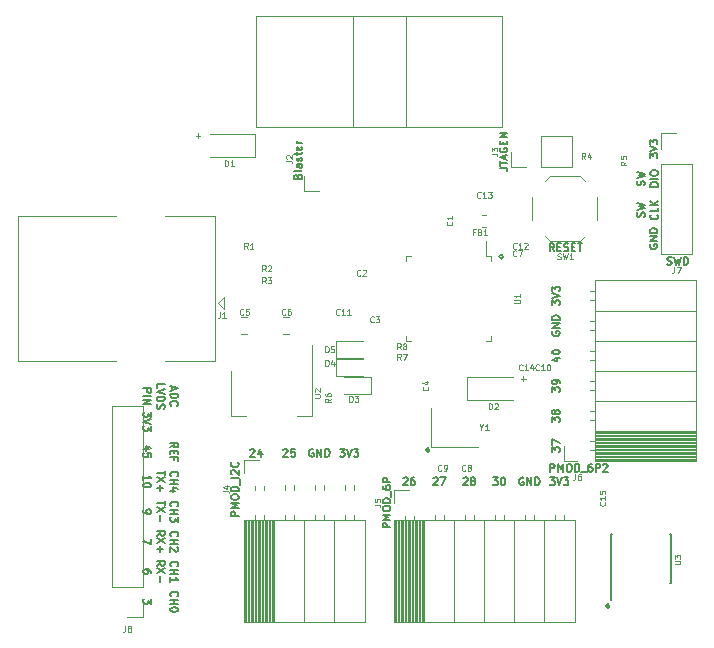
<source format=gbr>
%TF.GenerationSoftware,KiCad,Pcbnew,5.0.2*%
%TF.CreationDate,2019-03-11T08:20:50+08:00*%
%TF.ProjectId,elf2,656c6632-2e6b-4696-9361-645f70636258,rev?*%
%TF.SameCoordinates,Original*%
%TF.FileFunction,Legend,Top*%
%TF.FilePolarity,Positive*%
%FSLAX46Y46*%
G04 Gerber Fmt 4.6, Leading zero omitted, Abs format (unit mm)*
G04 Created by KiCad (PCBNEW 5.0.2) date 2019年03月11日 星期一 08时20分50秒*
%MOMM*%
%LPD*%
G01*
G04 APERTURE LIST*
%ADD10C,0.125000*%
%ADD11C,0.200000*%
%ADD12C,0.162500*%
%ADD13C,0.120000*%
%ADD14C,0.150000*%
G04 APERTURE END LIST*
D10*
X137985523Y-69250714D02*
X138366476Y-69250714D01*
X138176000Y-69441190D02*
X138176000Y-69060238D01*
X110426523Y-48676714D02*
X110807476Y-48676714D01*
X110617000Y-48867190D02*
X110617000Y-48486238D01*
D11*
X145467605Y-88519000D02*
G75*
G03X145467605Y-88519000I-179605J0D01*
G01*
X130227605Y-75311000D02*
G75*
G03X130227605Y-75311000I-179605J0D01*
G01*
X136450605Y-58928000D02*
G75*
G03X136450605Y-58928000I-179605J0D01*
G01*
D12*
X108347357Y-87689190D02*
X108316404Y-87658238D01*
X108285452Y-87565380D01*
X108285452Y-87503476D01*
X108316404Y-87410619D01*
X108378309Y-87348714D01*
X108440214Y-87317761D01*
X108564023Y-87286809D01*
X108656880Y-87286809D01*
X108780690Y-87317761D01*
X108842595Y-87348714D01*
X108904500Y-87410619D01*
X108935452Y-87503476D01*
X108935452Y-87565380D01*
X108904500Y-87658238D01*
X108873547Y-87689190D01*
X108285452Y-87967761D02*
X108935452Y-87967761D01*
X108625928Y-87967761D02*
X108625928Y-88339190D01*
X108285452Y-88339190D02*
X108935452Y-88339190D01*
X108935452Y-88772523D02*
X108935452Y-88834428D01*
X108904500Y-88896333D01*
X108873547Y-88927285D01*
X108811642Y-88958238D01*
X108687833Y-88989190D01*
X108533071Y-88989190D01*
X108409261Y-88958238D01*
X108347357Y-88927285D01*
X108316404Y-88896333D01*
X108285452Y-88834428D01*
X108285452Y-88772523D01*
X108316404Y-88710619D01*
X108347357Y-88679666D01*
X108409261Y-88648714D01*
X108533071Y-88617761D01*
X108687833Y-88617761D01*
X108811642Y-88648714D01*
X108873547Y-88679666D01*
X108904500Y-88710619D01*
X108935452Y-88772523D01*
X106660452Y-87921333D02*
X106660452Y-88323714D01*
X106412833Y-88107047D01*
X106412833Y-88199904D01*
X106381880Y-88261809D01*
X106350928Y-88292761D01*
X106289023Y-88323714D01*
X106134261Y-88323714D01*
X106072357Y-88292761D01*
X106041404Y-88261809D01*
X106010452Y-88199904D01*
X106010452Y-88014190D01*
X106041404Y-87952285D01*
X106072357Y-87921333D01*
X108347357Y-85149190D02*
X108316404Y-85118238D01*
X108285452Y-85025380D01*
X108285452Y-84963476D01*
X108316404Y-84870619D01*
X108378309Y-84808714D01*
X108440214Y-84777761D01*
X108564023Y-84746809D01*
X108656880Y-84746809D01*
X108780690Y-84777761D01*
X108842595Y-84808714D01*
X108904500Y-84870619D01*
X108935452Y-84963476D01*
X108935452Y-85025380D01*
X108904500Y-85118238D01*
X108873547Y-85149190D01*
X108285452Y-85427761D02*
X108935452Y-85427761D01*
X108625928Y-85427761D02*
X108625928Y-85799190D01*
X108285452Y-85799190D02*
X108935452Y-85799190D01*
X108285452Y-86449190D02*
X108285452Y-86077761D01*
X108285452Y-86263476D02*
X108935452Y-86263476D01*
X108842595Y-86201571D01*
X108780690Y-86139666D01*
X108749738Y-86077761D01*
X107147952Y-85087285D02*
X107457476Y-84870619D01*
X107147952Y-84715857D02*
X107797952Y-84715857D01*
X107797952Y-84963476D01*
X107767000Y-85025380D01*
X107736047Y-85056333D01*
X107674142Y-85087285D01*
X107581285Y-85087285D01*
X107519380Y-85056333D01*
X107488428Y-85025380D01*
X107457476Y-84963476D01*
X107457476Y-84715857D01*
X107797952Y-85303952D02*
X107147952Y-85737285D01*
X107797952Y-85737285D02*
X107147952Y-85303952D01*
X107395571Y-85984904D02*
X107395571Y-86480142D01*
X106660452Y-85721809D02*
X106660452Y-85598000D01*
X106629500Y-85536095D01*
X106598547Y-85505142D01*
X106505690Y-85443238D01*
X106381880Y-85412285D01*
X106134261Y-85412285D01*
X106072357Y-85443238D01*
X106041404Y-85474190D01*
X106010452Y-85536095D01*
X106010452Y-85659904D01*
X106041404Y-85721809D01*
X106072357Y-85752761D01*
X106134261Y-85783714D01*
X106289023Y-85783714D01*
X106350928Y-85752761D01*
X106381880Y-85721809D01*
X106412833Y-85659904D01*
X106412833Y-85536095D01*
X106381880Y-85474190D01*
X106350928Y-85443238D01*
X106289023Y-85412285D01*
X108347357Y-82609190D02*
X108316404Y-82578238D01*
X108285452Y-82485380D01*
X108285452Y-82423476D01*
X108316404Y-82330619D01*
X108378309Y-82268714D01*
X108440214Y-82237761D01*
X108564023Y-82206809D01*
X108656880Y-82206809D01*
X108780690Y-82237761D01*
X108842595Y-82268714D01*
X108904500Y-82330619D01*
X108935452Y-82423476D01*
X108935452Y-82485380D01*
X108904500Y-82578238D01*
X108873547Y-82609190D01*
X108285452Y-82887761D02*
X108935452Y-82887761D01*
X108625928Y-82887761D02*
X108625928Y-83259190D01*
X108285452Y-83259190D02*
X108935452Y-83259190D01*
X108873547Y-83537761D02*
X108904500Y-83568714D01*
X108935452Y-83630619D01*
X108935452Y-83785380D01*
X108904500Y-83847285D01*
X108873547Y-83878238D01*
X108811642Y-83909190D01*
X108749738Y-83909190D01*
X108656880Y-83878238D01*
X108285452Y-83506809D01*
X108285452Y-83909190D01*
X107147952Y-82547285D02*
X107457476Y-82330619D01*
X107147952Y-82175857D02*
X107797952Y-82175857D01*
X107797952Y-82423476D01*
X107767000Y-82485380D01*
X107736047Y-82516333D01*
X107674142Y-82547285D01*
X107581285Y-82547285D01*
X107519380Y-82516333D01*
X107488428Y-82485380D01*
X107457476Y-82423476D01*
X107457476Y-82175857D01*
X107797952Y-82763952D02*
X107147952Y-83197285D01*
X107797952Y-83197285D02*
X107147952Y-82763952D01*
X107395571Y-83444904D02*
X107395571Y-83940142D01*
X107147952Y-83692523D02*
X107643190Y-83692523D01*
X106660452Y-82841333D02*
X106660452Y-83274666D01*
X106010452Y-82996095D01*
X108347357Y-80069190D02*
X108316404Y-80038238D01*
X108285452Y-79945380D01*
X108285452Y-79883476D01*
X108316404Y-79790619D01*
X108378309Y-79728714D01*
X108440214Y-79697761D01*
X108564023Y-79666809D01*
X108656880Y-79666809D01*
X108780690Y-79697761D01*
X108842595Y-79728714D01*
X108904500Y-79790619D01*
X108935452Y-79883476D01*
X108935452Y-79945380D01*
X108904500Y-80038238D01*
X108873547Y-80069190D01*
X108285452Y-80347761D02*
X108935452Y-80347761D01*
X108625928Y-80347761D02*
X108625928Y-80719190D01*
X108285452Y-80719190D02*
X108935452Y-80719190D01*
X108935452Y-80966809D02*
X108935452Y-81369190D01*
X108687833Y-81152523D01*
X108687833Y-81245380D01*
X108656880Y-81307285D01*
X108625928Y-81338238D01*
X108564023Y-81369190D01*
X108409261Y-81369190D01*
X108347357Y-81338238D01*
X108316404Y-81307285D01*
X108285452Y-81245380D01*
X108285452Y-81059666D01*
X108316404Y-80997761D01*
X108347357Y-80966809D01*
X107797952Y-79620380D02*
X107797952Y-79991809D01*
X107147952Y-79806095D02*
X107797952Y-79806095D01*
X107797952Y-80146571D02*
X107147952Y-80579904D01*
X107797952Y-80579904D02*
X107147952Y-80146571D01*
X107395571Y-80827523D02*
X107395571Y-81322761D01*
X106010452Y-80394190D02*
X106010452Y-80518000D01*
X106041404Y-80579904D01*
X106072357Y-80610857D01*
X106165214Y-80672761D01*
X106289023Y-80703714D01*
X106536642Y-80703714D01*
X106598547Y-80672761D01*
X106629500Y-80641809D01*
X106660452Y-80579904D01*
X106660452Y-80456095D01*
X106629500Y-80394190D01*
X106598547Y-80363238D01*
X106536642Y-80332285D01*
X106381880Y-80332285D01*
X106319976Y-80363238D01*
X106289023Y-80394190D01*
X106258071Y-80456095D01*
X106258071Y-80579904D01*
X106289023Y-80641809D01*
X106319976Y-80672761D01*
X106381880Y-80703714D01*
X108347357Y-77529190D02*
X108316404Y-77498238D01*
X108285452Y-77405380D01*
X108285452Y-77343476D01*
X108316404Y-77250619D01*
X108378309Y-77188714D01*
X108440214Y-77157761D01*
X108564023Y-77126809D01*
X108656880Y-77126809D01*
X108780690Y-77157761D01*
X108842595Y-77188714D01*
X108904500Y-77250619D01*
X108935452Y-77343476D01*
X108935452Y-77405380D01*
X108904500Y-77498238D01*
X108873547Y-77529190D01*
X108285452Y-77807761D02*
X108935452Y-77807761D01*
X108625928Y-77807761D02*
X108625928Y-78179190D01*
X108285452Y-78179190D02*
X108935452Y-78179190D01*
X108718785Y-78767285D02*
X108285452Y-78767285D01*
X108966404Y-78612523D02*
X108502119Y-78457761D01*
X108502119Y-78860142D01*
X107797952Y-77080380D02*
X107797952Y-77451809D01*
X107147952Y-77266095D02*
X107797952Y-77266095D01*
X107797952Y-77606571D02*
X107147952Y-78039904D01*
X107797952Y-78039904D02*
X107147952Y-77606571D01*
X107395571Y-78287523D02*
X107395571Y-78782761D01*
X107147952Y-78535142D02*
X107643190Y-78535142D01*
X106010452Y-77854190D02*
X106010452Y-77482761D01*
X106010452Y-77668476D02*
X106660452Y-77668476D01*
X106567595Y-77606571D01*
X106505690Y-77544666D01*
X106474738Y-77482761D01*
X106660452Y-78256571D02*
X106660452Y-78318476D01*
X106629500Y-78380380D01*
X106598547Y-78411333D01*
X106536642Y-78442285D01*
X106412833Y-78473238D01*
X106258071Y-78473238D01*
X106134261Y-78442285D01*
X106072357Y-78411333D01*
X106041404Y-78380380D01*
X106010452Y-78318476D01*
X106010452Y-78256571D01*
X106041404Y-78194666D01*
X106072357Y-78163714D01*
X106134261Y-78132761D01*
X106258071Y-78101809D01*
X106412833Y-78101809D01*
X106536642Y-78132761D01*
X106598547Y-78163714D01*
X106629500Y-78194666D01*
X106660452Y-78256571D01*
X108285452Y-75066571D02*
X108594976Y-74849904D01*
X108285452Y-74695142D02*
X108935452Y-74695142D01*
X108935452Y-74942761D01*
X108904500Y-75004666D01*
X108873547Y-75035619D01*
X108811642Y-75066571D01*
X108718785Y-75066571D01*
X108656880Y-75035619D01*
X108625928Y-75004666D01*
X108594976Y-74942761D01*
X108594976Y-74695142D01*
X108625928Y-75345142D02*
X108625928Y-75561809D01*
X108285452Y-75654666D02*
X108285452Y-75345142D01*
X108935452Y-75345142D01*
X108935452Y-75654666D01*
X108625928Y-76149904D02*
X108625928Y-75933238D01*
X108285452Y-75933238D02*
X108935452Y-75933238D01*
X108935452Y-76242761D01*
X106443785Y-75252285D02*
X106010452Y-75252285D01*
X106691404Y-75097523D02*
X106227119Y-74942761D01*
X106227119Y-75345142D01*
X106660452Y-75902285D02*
X106660452Y-75592761D01*
X106350928Y-75561809D01*
X106381880Y-75592761D01*
X106412833Y-75654666D01*
X106412833Y-75809428D01*
X106381880Y-75871333D01*
X106350928Y-75902285D01*
X106289023Y-75933238D01*
X106134261Y-75933238D01*
X106072357Y-75902285D01*
X106041404Y-75871333D01*
X106010452Y-75809428D01*
X106010452Y-75654666D01*
X106041404Y-75592761D01*
X106072357Y-75561809D01*
X106654952Y-72093238D02*
X106654952Y-72495619D01*
X106407333Y-72278952D01*
X106407333Y-72371809D01*
X106376380Y-72433714D01*
X106345428Y-72464666D01*
X106283523Y-72495619D01*
X106128761Y-72495619D01*
X106066857Y-72464666D01*
X106035904Y-72433714D01*
X106004952Y-72371809D01*
X106004952Y-72186095D01*
X106035904Y-72124190D01*
X106066857Y-72093238D01*
X106654952Y-72681333D02*
X106004952Y-72898000D01*
X106654952Y-73114666D01*
X106654952Y-73269428D02*
X106654952Y-73671809D01*
X106407333Y-73455142D01*
X106407333Y-73548000D01*
X106376380Y-73609904D01*
X106345428Y-73640857D01*
X106283523Y-73671809D01*
X106128761Y-73671809D01*
X106066857Y-73640857D01*
X106035904Y-73609904D01*
X106004952Y-73548000D01*
X106004952Y-73362285D01*
X106035904Y-73300380D01*
X106066857Y-73269428D01*
X108471166Y-69934238D02*
X108471166Y-70243761D01*
X108285452Y-69872333D02*
X108935452Y-70089000D01*
X108285452Y-70305666D01*
X108285452Y-70522333D02*
X108935452Y-70522333D01*
X108935452Y-70677095D01*
X108904500Y-70769952D01*
X108842595Y-70831857D01*
X108780690Y-70862809D01*
X108656880Y-70893761D01*
X108564023Y-70893761D01*
X108440214Y-70862809D01*
X108378309Y-70831857D01*
X108316404Y-70769952D01*
X108285452Y-70677095D01*
X108285452Y-70522333D01*
X108347357Y-71543761D02*
X108316404Y-71512809D01*
X108285452Y-71419952D01*
X108285452Y-71358047D01*
X108316404Y-71265190D01*
X108378309Y-71203285D01*
X108440214Y-71172333D01*
X108564023Y-71141380D01*
X108656880Y-71141380D01*
X108780690Y-71172333D01*
X108842595Y-71203285D01*
X108904500Y-71265190D01*
X108935452Y-71358047D01*
X108935452Y-71419952D01*
X108904500Y-71512809D01*
X108873547Y-71543761D01*
X107147952Y-70027095D02*
X107147952Y-69717571D01*
X107797952Y-69717571D01*
X107797952Y-70150904D02*
X107147952Y-70367571D01*
X107797952Y-70584238D01*
X107147952Y-70800904D02*
X107797952Y-70800904D01*
X107797952Y-70955666D01*
X107767000Y-71048523D01*
X107705095Y-71110428D01*
X107643190Y-71141380D01*
X107519380Y-71172333D01*
X107426523Y-71172333D01*
X107302714Y-71141380D01*
X107240809Y-71110428D01*
X107178904Y-71048523D01*
X107147952Y-70955666D01*
X107147952Y-70800904D01*
X107178904Y-71419952D02*
X107147952Y-71512809D01*
X107147952Y-71667571D01*
X107178904Y-71729476D01*
X107209857Y-71760428D01*
X107271761Y-71791380D01*
X107333666Y-71791380D01*
X107395571Y-71760428D01*
X107426523Y-71729476D01*
X107457476Y-71667571D01*
X107488428Y-71543761D01*
X107519380Y-71481857D01*
X107550333Y-71450904D01*
X107612238Y-71419952D01*
X107674142Y-71419952D01*
X107736047Y-71450904D01*
X107767000Y-71481857D01*
X107797952Y-71543761D01*
X107797952Y-71698523D01*
X107767000Y-71791380D01*
X106010452Y-70073523D02*
X106660452Y-70073523D01*
X106660452Y-70321142D01*
X106629500Y-70383047D01*
X106598547Y-70414000D01*
X106536642Y-70444952D01*
X106443785Y-70444952D01*
X106381880Y-70414000D01*
X106350928Y-70383047D01*
X106319976Y-70321142D01*
X106319976Y-70073523D01*
X106010452Y-70723523D02*
X106660452Y-70723523D01*
X106010452Y-71033047D02*
X106660452Y-71033047D01*
X106010452Y-71404476D01*
X106660452Y-71404476D01*
X119079571Y-52146428D02*
X119110523Y-52053571D01*
X119141476Y-52022619D01*
X119203380Y-51991666D01*
X119296238Y-51991666D01*
X119358142Y-52022619D01*
X119389095Y-52053571D01*
X119420047Y-52115476D01*
X119420047Y-52363095D01*
X118770047Y-52363095D01*
X118770047Y-52146428D01*
X118801000Y-52084523D01*
X118831952Y-52053571D01*
X118893857Y-52022619D01*
X118955761Y-52022619D01*
X119017666Y-52053571D01*
X119048619Y-52084523D01*
X119079571Y-52146428D01*
X119079571Y-52363095D01*
X119420047Y-51620238D02*
X119389095Y-51682142D01*
X119327190Y-51713095D01*
X118770047Y-51713095D01*
X119420047Y-51094047D02*
X119079571Y-51094047D01*
X119017666Y-51125000D01*
X118986714Y-51186904D01*
X118986714Y-51310714D01*
X119017666Y-51372619D01*
X119389095Y-51094047D02*
X119420047Y-51155952D01*
X119420047Y-51310714D01*
X119389095Y-51372619D01*
X119327190Y-51403571D01*
X119265285Y-51403571D01*
X119203380Y-51372619D01*
X119172428Y-51310714D01*
X119172428Y-51155952D01*
X119141476Y-51094047D01*
X119389095Y-50815476D02*
X119420047Y-50753571D01*
X119420047Y-50629761D01*
X119389095Y-50567857D01*
X119327190Y-50536904D01*
X119296238Y-50536904D01*
X119234333Y-50567857D01*
X119203380Y-50629761D01*
X119203380Y-50722619D01*
X119172428Y-50784523D01*
X119110523Y-50815476D01*
X119079571Y-50815476D01*
X119017666Y-50784523D01*
X118986714Y-50722619D01*
X118986714Y-50629761D01*
X119017666Y-50567857D01*
X118986714Y-50351190D02*
X118986714Y-50103571D01*
X118770047Y-50258333D02*
X119327190Y-50258333D01*
X119389095Y-50227380D01*
X119420047Y-50165476D01*
X119420047Y-50103571D01*
X119389095Y-49639285D02*
X119420047Y-49701190D01*
X119420047Y-49825000D01*
X119389095Y-49886904D01*
X119327190Y-49917857D01*
X119079571Y-49917857D01*
X119017666Y-49886904D01*
X118986714Y-49825000D01*
X118986714Y-49701190D01*
X119017666Y-49639285D01*
X119079571Y-49608333D01*
X119141476Y-49608333D01*
X119203380Y-49917857D01*
X119420047Y-49329761D02*
X118986714Y-49329761D01*
X119110523Y-49329761D02*
X119048619Y-49298809D01*
X119017666Y-49267857D01*
X118986714Y-49205952D01*
X118986714Y-49144047D01*
X136169047Y-51430857D02*
X136633333Y-51430857D01*
X136726190Y-51461809D01*
X136788095Y-51523714D01*
X136819047Y-51616571D01*
X136819047Y-51678476D01*
X136169047Y-51214190D02*
X136169047Y-50842761D01*
X136819047Y-51028476D02*
X136169047Y-51028476D01*
X136633333Y-50657047D02*
X136633333Y-50347523D01*
X136819047Y-50718952D02*
X136169047Y-50502285D01*
X136819047Y-50285619D01*
X136200000Y-49728476D02*
X136169047Y-49790380D01*
X136169047Y-49883238D01*
X136200000Y-49976095D01*
X136261904Y-50038000D01*
X136323809Y-50068952D01*
X136447619Y-50099904D01*
X136540476Y-50099904D01*
X136664285Y-50068952D01*
X136726190Y-50038000D01*
X136788095Y-49976095D01*
X136819047Y-49883238D01*
X136819047Y-49821333D01*
X136788095Y-49728476D01*
X136757142Y-49697523D01*
X136540476Y-49697523D01*
X136540476Y-49821333D01*
X136478571Y-49418952D02*
X136478571Y-49202285D01*
X136819047Y-49109428D02*
X136819047Y-49418952D01*
X136169047Y-49418952D01*
X136169047Y-49109428D01*
X136819047Y-48830857D02*
X136169047Y-48830857D01*
X136819047Y-48459428D01*
X136169047Y-48459428D01*
X140787952Y-58460047D02*
X140571285Y-58150523D01*
X140416523Y-58460047D02*
X140416523Y-57810047D01*
X140664142Y-57810047D01*
X140726047Y-57841000D01*
X140757000Y-57871952D01*
X140787952Y-57933857D01*
X140787952Y-58026714D01*
X140757000Y-58088619D01*
X140726047Y-58119571D01*
X140664142Y-58150523D01*
X140416523Y-58150523D01*
X141066523Y-58119571D02*
X141283190Y-58119571D01*
X141376047Y-58460047D02*
X141066523Y-58460047D01*
X141066523Y-57810047D01*
X141376047Y-57810047D01*
X141623666Y-58429095D02*
X141716523Y-58460047D01*
X141871285Y-58460047D01*
X141933190Y-58429095D01*
X141964142Y-58398142D01*
X141995095Y-58336238D01*
X141995095Y-58274333D01*
X141964142Y-58212428D01*
X141933190Y-58181476D01*
X141871285Y-58150523D01*
X141747476Y-58119571D01*
X141685571Y-58088619D01*
X141654619Y-58057666D01*
X141623666Y-57995761D01*
X141623666Y-57933857D01*
X141654619Y-57871952D01*
X141685571Y-57841000D01*
X141747476Y-57810047D01*
X141902238Y-57810047D01*
X141995095Y-57841000D01*
X142273666Y-58119571D02*
X142490333Y-58119571D01*
X142583190Y-58460047D02*
X142273666Y-58460047D01*
X142273666Y-57810047D01*
X142583190Y-57810047D01*
X142768904Y-57810047D02*
X143140333Y-57810047D01*
X142954619Y-58460047D02*
X142954619Y-57810047D01*
X150374857Y-59572095D02*
X150467714Y-59603047D01*
X150622476Y-59603047D01*
X150684380Y-59572095D01*
X150715333Y-59541142D01*
X150746285Y-59479238D01*
X150746285Y-59417333D01*
X150715333Y-59355428D01*
X150684380Y-59324476D01*
X150622476Y-59293523D01*
X150498666Y-59262571D01*
X150436761Y-59231619D01*
X150405809Y-59200666D01*
X150374857Y-59138761D01*
X150374857Y-59076857D01*
X150405809Y-59014952D01*
X150436761Y-58984000D01*
X150498666Y-58953047D01*
X150653428Y-58953047D01*
X150746285Y-58984000D01*
X150962952Y-58953047D02*
X151117714Y-59603047D01*
X151241523Y-59138761D01*
X151365333Y-59603047D01*
X151520095Y-58953047D01*
X151767714Y-59603047D02*
X151767714Y-58953047D01*
X151922476Y-58953047D01*
X152015333Y-58984000D01*
X152077238Y-59045904D01*
X152108190Y-59107809D01*
X152139142Y-59231619D01*
X152139142Y-59324476D01*
X152108190Y-59448285D01*
X152077238Y-59510190D01*
X152015333Y-59572095D01*
X151922476Y-59603047D01*
X151767714Y-59603047D01*
X148869047Y-50588761D02*
X148869047Y-50186380D01*
X149116666Y-50403047D01*
X149116666Y-50310190D01*
X149147619Y-50248285D01*
X149178571Y-50217333D01*
X149240476Y-50186380D01*
X149395238Y-50186380D01*
X149457142Y-50217333D01*
X149488095Y-50248285D01*
X149519047Y-50310190D01*
X149519047Y-50495904D01*
X149488095Y-50557809D01*
X149457142Y-50588761D01*
X148869047Y-50000666D02*
X149519047Y-49784000D01*
X148869047Y-49567333D01*
X148869047Y-49412571D02*
X148869047Y-49010190D01*
X149116666Y-49226857D01*
X149116666Y-49134000D01*
X149147619Y-49072095D01*
X149178571Y-49041142D01*
X149240476Y-49010190D01*
X149395238Y-49010190D01*
X149457142Y-49041142D01*
X149488095Y-49072095D01*
X149519047Y-49134000D01*
X149519047Y-49319714D01*
X149488095Y-49381619D01*
X149457142Y-49412571D01*
X148411345Y-52881142D02*
X148442297Y-52788285D01*
X148442297Y-52633523D01*
X148411345Y-52571619D01*
X148380392Y-52540666D01*
X148318488Y-52509714D01*
X148256583Y-52509714D01*
X148194678Y-52540666D01*
X148163726Y-52571619D01*
X148132773Y-52633523D01*
X148101821Y-52757333D01*
X148070869Y-52819238D01*
X148039916Y-52850190D01*
X147978011Y-52881142D01*
X147916107Y-52881142D01*
X147854202Y-52850190D01*
X147823250Y-52819238D01*
X147792297Y-52757333D01*
X147792297Y-52602571D01*
X147823250Y-52509714D01*
X147792297Y-52293047D02*
X148442297Y-52138285D01*
X147978011Y-52014476D01*
X148442297Y-51890666D01*
X147792297Y-51735904D01*
X149579797Y-52989476D02*
X148929797Y-52989476D01*
X148929797Y-52834714D01*
X148960750Y-52741857D01*
X149022654Y-52679952D01*
X149084559Y-52649000D01*
X149208369Y-52618047D01*
X149301226Y-52618047D01*
X149425035Y-52649000D01*
X149486940Y-52679952D01*
X149548845Y-52741857D01*
X149579797Y-52834714D01*
X149579797Y-52989476D01*
X149579797Y-52339476D02*
X148929797Y-52339476D01*
X148929797Y-51906142D02*
X148929797Y-51782333D01*
X148960750Y-51720428D01*
X149022654Y-51658523D01*
X149146464Y-51627571D01*
X149363130Y-51627571D01*
X149486940Y-51658523D01*
X149548845Y-51720428D01*
X149579797Y-51782333D01*
X149579797Y-51906142D01*
X149548845Y-51968047D01*
X149486940Y-52029952D01*
X149363130Y-52060904D01*
X149146464Y-52060904D01*
X149022654Y-52029952D01*
X148960750Y-51968047D01*
X148929797Y-51906142D01*
X148411345Y-55548142D02*
X148442297Y-55455285D01*
X148442297Y-55300523D01*
X148411345Y-55238619D01*
X148380392Y-55207666D01*
X148318488Y-55176714D01*
X148256583Y-55176714D01*
X148194678Y-55207666D01*
X148163726Y-55238619D01*
X148132773Y-55300523D01*
X148101821Y-55424333D01*
X148070869Y-55486238D01*
X148039916Y-55517190D01*
X147978011Y-55548142D01*
X147916107Y-55548142D01*
X147854202Y-55517190D01*
X147823250Y-55486238D01*
X147792297Y-55424333D01*
X147792297Y-55269571D01*
X147823250Y-55176714D01*
X147792297Y-54960047D02*
X148442297Y-54805285D01*
X147978011Y-54681476D01*
X148442297Y-54557666D01*
X147792297Y-54402904D01*
X149517892Y-55377904D02*
X149548845Y-55408857D01*
X149579797Y-55501714D01*
X149579797Y-55563619D01*
X149548845Y-55656476D01*
X149486940Y-55718380D01*
X149425035Y-55749333D01*
X149301226Y-55780285D01*
X149208369Y-55780285D01*
X149084559Y-55749333D01*
X149022654Y-55718380D01*
X148960750Y-55656476D01*
X148929797Y-55563619D01*
X148929797Y-55501714D01*
X148960750Y-55408857D01*
X148991702Y-55377904D01*
X149579797Y-54789809D02*
X149579797Y-55099333D01*
X148929797Y-55099333D01*
X149579797Y-54573142D02*
X148929797Y-54573142D01*
X149579797Y-54201714D02*
X149208369Y-54480285D01*
X148929797Y-54201714D02*
X149301226Y-54573142D01*
X148900000Y-57899238D02*
X148869047Y-57961142D01*
X148869047Y-58054000D01*
X148900000Y-58146857D01*
X148961904Y-58208761D01*
X149023809Y-58239714D01*
X149147619Y-58270666D01*
X149240476Y-58270666D01*
X149364285Y-58239714D01*
X149426190Y-58208761D01*
X149488095Y-58146857D01*
X149519047Y-58054000D01*
X149519047Y-57992095D01*
X149488095Y-57899238D01*
X149457142Y-57868285D01*
X149240476Y-57868285D01*
X149240476Y-57992095D01*
X149519047Y-57589714D02*
X148869047Y-57589714D01*
X149519047Y-57218285D01*
X148869047Y-57218285D01*
X149519047Y-56908761D02*
X148869047Y-56908761D01*
X148869047Y-56754000D01*
X148900000Y-56661142D01*
X148961904Y-56599238D01*
X149023809Y-56568285D01*
X149147619Y-56537333D01*
X149240476Y-56537333D01*
X149364285Y-56568285D01*
X149426190Y-56599238D01*
X149488095Y-56661142D01*
X149519047Y-56754000D01*
X149519047Y-56908761D01*
X140614047Y-63034761D02*
X140614047Y-62632380D01*
X140861666Y-62849047D01*
X140861666Y-62756190D01*
X140892619Y-62694285D01*
X140923571Y-62663333D01*
X140985476Y-62632380D01*
X141140238Y-62632380D01*
X141202142Y-62663333D01*
X141233095Y-62694285D01*
X141264047Y-62756190D01*
X141264047Y-62941904D01*
X141233095Y-63003809D01*
X141202142Y-63034761D01*
X140614047Y-62446666D02*
X141264047Y-62230000D01*
X140614047Y-62013333D01*
X140614047Y-61858571D02*
X140614047Y-61456190D01*
X140861666Y-61672857D01*
X140861666Y-61580000D01*
X140892619Y-61518095D01*
X140923571Y-61487142D01*
X140985476Y-61456190D01*
X141140238Y-61456190D01*
X141202142Y-61487142D01*
X141233095Y-61518095D01*
X141264047Y-61580000D01*
X141264047Y-61765714D01*
X141233095Y-61827619D01*
X141202142Y-61858571D01*
X140645000Y-65265238D02*
X140614047Y-65327142D01*
X140614047Y-65420000D01*
X140645000Y-65512857D01*
X140706904Y-65574761D01*
X140768809Y-65605714D01*
X140892619Y-65636666D01*
X140985476Y-65636666D01*
X141109285Y-65605714D01*
X141171190Y-65574761D01*
X141233095Y-65512857D01*
X141264047Y-65420000D01*
X141264047Y-65358095D01*
X141233095Y-65265238D01*
X141202142Y-65234285D01*
X140985476Y-65234285D01*
X140985476Y-65358095D01*
X141264047Y-64955714D02*
X140614047Y-64955714D01*
X141264047Y-64584285D01*
X140614047Y-64584285D01*
X141264047Y-64274761D02*
X140614047Y-64274761D01*
X140614047Y-64120000D01*
X140645000Y-64027142D01*
X140706904Y-63965238D01*
X140768809Y-63934285D01*
X140892619Y-63903333D01*
X140985476Y-63903333D01*
X141109285Y-63934285D01*
X141171190Y-63965238D01*
X141233095Y-64027142D01*
X141264047Y-64120000D01*
X141264047Y-64274761D01*
X140830714Y-67495714D02*
X141264047Y-67495714D01*
X140583095Y-67650476D02*
X141047380Y-67805238D01*
X141047380Y-67402857D01*
X140614047Y-67031428D02*
X140614047Y-66969523D01*
X140645000Y-66907619D01*
X140675952Y-66876666D01*
X140737857Y-66845714D01*
X140861666Y-66814761D01*
X141016428Y-66814761D01*
X141140238Y-66845714D01*
X141202142Y-66876666D01*
X141233095Y-66907619D01*
X141264047Y-66969523D01*
X141264047Y-67031428D01*
X141233095Y-67093333D01*
X141202142Y-67124285D01*
X141140238Y-67155238D01*
X141016428Y-67186190D01*
X140861666Y-67186190D01*
X140737857Y-67155238D01*
X140675952Y-67124285D01*
X140645000Y-67093333D01*
X140614047Y-67031428D01*
X140614047Y-70376190D02*
X140614047Y-69973809D01*
X140861666Y-70190476D01*
X140861666Y-70097619D01*
X140892619Y-70035714D01*
X140923571Y-70004761D01*
X140985476Y-69973809D01*
X141140238Y-69973809D01*
X141202142Y-70004761D01*
X141233095Y-70035714D01*
X141264047Y-70097619D01*
X141264047Y-70283333D01*
X141233095Y-70345238D01*
X141202142Y-70376190D01*
X141264047Y-69664285D02*
X141264047Y-69540476D01*
X141233095Y-69478571D01*
X141202142Y-69447619D01*
X141109285Y-69385714D01*
X140985476Y-69354761D01*
X140737857Y-69354761D01*
X140675952Y-69385714D01*
X140645000Y-69416666D01*
X140614047Y-69478571D01*
X140614047Y-69602380D01*
X140645000Y-69664285D01*
X140675952Y-69695238D01*
X140737857Y-69726190D01*
X140892619Y-69726190D01*
X140954523Y-69695238D01*
X140985476Y-69664285D01*
X141016428Y-69602380D01*
X141016428Y-69478571D01*
X140985476Y-69416666D01*
X140954523Y-69385714D01*
X140892619Y-69354761D01*
X140614047Y-72916190D02*
X140614047Y-72513809D01*
X140861666Y-72730476D01*
X140861666Y-72637619D01*
X140892619Y-72575714D01*
X140923571Y-72544761D01*
X140985476Y-72513809D01*
X141140238Y-72513809D01*
X141202142Y-72544761D01*
X141233095Y-72575714D01*
X141264047Y-72637619D01*
X141264047Y-72823333D01*
X141233095Y-72885238D01*
X141202142Y-72916190D01*
X140892619Y-72142380D02*
X140861666Y-72204285D01*
X140830714Y-72235238D01*
X140768809Y-72266190D01*
X140737857Y-72266190D01*
X140675952Y-72235238D01*
X140645000Y-72204285D01*
X140614047Y-72142380D01*
X140614047Y-72018571D01*
X140645000Y-71956666D01*
X140675952Y-71925714D01*
X140737857Y-71894761D01*
X140768809Y-71894761D01*
X140830714Y-71925714D01*
X140861666Y-71956666D01*
X140892619Y-72018571D01*
X140892619Y-72142380D01*
X140923571Y-72204285D01*
X140954523Y-72235238D01*
X141016428Y-72266190D01*
X141140238Y-72266190D01*
X141202142Y-72235238D01*
X141233095Y-72204285D01*
X141264047Y-72142380D01*
X141264047Y-72018571D01*
X141233095Y-71956666D01*
X141202142Y-71925714D01*
X141140238Y-71894761D01*
X141016428Y-71894761D01*
X140954523Y-71925714D01*
X140923571Y-71956666D01*
X140892619Y-72018571D01*
X140614047Y-75456190D02*
X140614047Y-75053809D01*
X140861666Y-75270476D01*
X140861666Y-75177619D01*
X140892619Y-75115714D01*
X140923571Y-75084761D01*
X140985476Y-75053809D01*
X141140238Y-75053809D01*
X141202142Y-75084761D01*
X141233095Y-75115714D01*
X141264047Y-75177619D01*
X141264047Y-75363333D01*
X141233095Y-75425238D01*
X141202142Y-75456190D01*
X140614047Y-74837142D02*
X140614047Y-74403809D01*
X141264047Y-74682380D01*
X140476190Y-77129047D02*
X140476190Y-76479047D01*
X140723809Y-76479047D01*
X140785714Y-76510000D01*
X140816666Y-76540952D01*
X140847619Y-76602857D01*
X140847619Y-76695714D01*
X140816666Y-76757619D01*
X140785714Y-76788571D01*
X140723809Y-76819523D01*
X140476190Y-76819523D01*
X141126190Y-77129047D02*
X141126190Y-76479047D01*
X141342857Y-76943333D01*
X141559523Y-76479047D01*
X141559523Y-77129047D01*
X141992857Y-76479047D02*
X142116666Y-76479047D01*
X142178571Y-76510000D01*
X142240476Y-76571904D01*
X142271428Y-76695714D01*
X142271428Y-76912380D01*
X142240476Y-77036190D01*
X142178571Y-77098095D01*
X142116666Y-77129047D01*
X141992857Y-77129047D01*
X141930952Y-77098095D01*
X141869047Y-77036190D01*
X141838095Y-76912380D01*
X141838095Y-76695714D01*
X141869047Y-76571904D01*
X141930952Y-76510000D01*
X141992857Y-76479047D01*
X142550000Y-77129047D02*
X142550000Y-76479047D01*
X142704761Y-76479047D01*
X142797619Y-76510000D01*
X142859523Y-76571904D01*
X142890476Y-76633809D01*
X142921428Y-76757619D01*
X142921428Y-76850476D01*
X142890476Y-76974285D01*
X142859523Y-77036190D01*
X142797619Y-77098095D01*
X142704761Y-77129047D01*
X142550000Y-77129047D01*
X143045238Y-77190952D02*
X143540476Y-77190952D01*
X143973809Y-76479047D02*
X143850000Y-76479047D01*
X143788095Y-76510000D01*
X143757142Y-76540952D01*
X143695238Y-76633809D01*
X143664285Y-76757619D01*
X143664285Y-77005238D01*
X143695238Y-77067142D01*
X143726190Y-77098095D01*
X143788095Y-77129047D01*
X143911904Y-77129047D01*
X143973809Y-77098095D01*
X144004761Y-77067142D01*
X144035714Y-77005238D01*
X144035714Y-76850476D01*
X144004761Y-76788571D01*
X143973809Y-76757619D01*
X143911904Y-76726666D01*
X143788095Y-76726666D01*
X143726190Y-76757619D01*
X143695238Y-76788571D01*
X143664285Y-76850476D01*
X144314285Y-77129047D02*
X144314285Y-76479047D01*
X144561904Y-76479047D01*
X144623809Y-76510000D01*
X144654761Y-76540952D01*
X144685714Y-76602857D01*
X144685714Y-76695714D01*
X144654761Y-76757619D01*
X144623809Y-76788571D01*
X144561904Y-76819523D01*
X144314285Y-76819523D01*
X144933333Y-76540952D02*
X144964285Y-76510000D01*
X145026190Y-76479047D01*
X145180952Y-76479047D01*
X145242857Y-76510000D01*
X145273809Y-76540952D01*
X145304761Y-76602857D01*
X145304761Y-76664761D01*
X145273809Y-76757619D01*
X144902380Y-77129047D01*
X145304761Y-77129047D01*
X140419238Y-77622047D02*
X140821619Y-77622047D01*
X140604952Y-77869666D01*
X140697809Y-77869666D01*
X140759714Y-77900619D01*
X140790666Y-77931571D01*
X140821619Y-77993476D01*
X140821619Y-78148238D01*
X140790666Y-78210142D01*
X140759714Y-78241095D01*
X140697809Y-78272047D01*
X140512095Y-78272047D01*
X140450190Y-78241095D01*
X140419238Y-78210142D01*
X141007333Y-77622047D02*
X141224000Y-78272047D01*
X141440666Y-77622047D01*
X141595428Y-77622047D02*
X141997809Y-77622047D01*
X141781142Y-77869666D01*
X141874000Y-77869666D01*
X141935904Y-77900619D01*
X141966857Y-77931571D01*
X141997809Y-77993476D01*
X141997809Y-78148238D01*
X141966857Y-78210142D01*
X141935904Y-78241095D01*
X141874000Y-78272047D01*
X141688285Y-78272047D01*
X141626380Y-78241095D01*
X141595428Y-78210142D01*
X138188761Y-77653000D02*
X138126857Y-77622047D01*
X138034000Y-77622047D01*
X137941142Y-77653000D01*
X137879238Y-77714904D01*
X137848285Y-77776809D01*
X137817333Y-77900619D01*
X137817333Y-77993476D01*
X137848285Y-78117285D01*
X137879238Y-78179190D01*
X137941142Y-78241095D01*
X138034000Y-78272047D01*
X138095904Y-78272047D01*
X138188761Y-78241095D01*
X138219714Y-78210142D01*
X138219714Y-77993476D01*
X138095904Y-77993476D01*
X138498285Y-78272047D02*
X138498285Y-77622047D01*
X138869714Y-78272047D01*
X138869714Y-77622047D01*
X139179238Y-78272047D02*
X139179238Y-77622047D01*
X139334000Y-77622047D01*
X139426857Y-77653000D01*
X139488761Y-77714904D01*
X139519714Y-77776809D01*
X139550666Y-77900619D01*
X139550666Y-77993476D01*
X139519714Y-78117285D01*
X139488761Y-78179190D01*
X139426857Y-78241095D01*
X139334000Y-78272047D01*
X139179238Y-78272047D01*
X135617809Y-77622047D02*
X136020190Y-77622047D01*
X135803523Y-77869666D01*
X135896380Y-77869666D01*
X135958285Y-77900619D01*
X135989238Y-77931571D01*
X136020190Y-77993476D01*
X136020190Y-78148238D01*
X135989238Y-78210142D01*
X135958285Y-78241095D01*
X135896380Y-78272047D01*
X135710666Y-78272047D01*
X135648761Y-78241095D01*
X135617809Y-78210142D01*
X136422571Y-77622047D02*
X136484476Y-77622047D01*
X136546380Y-77653000D01*
X136577333Y-77683952D01*
X136608285Y-77745857D01*
X136639238Y-77869666D01*
X136639238Y-78024428D01*
X136608285Y-78148238D01*
X136577333Y-78210142D01*
X136546380Y-78241095D01*
X136484476Y-78272047D01*
X136422571Y-78272047D01*
X136360666Y-78241095D01*
X136329714Y-78210142D01*
X136298761Y-78148238D01*
X136267809Y-78024428D01*
X136267809Y-77869666D01*
X136298761Y-77745857D01*
X136329714Y-77683952D01*
X136360666Y-77653000D01*
X136422571Y-77622047D01*
X133108761Y-77683952D02*
X133139714Y-77653000D01*
X133201619Y-77622047D01*
X133356380Y-77622047D01*
X133418285Y-77653000D01*
X133449238Y-77683952D01*
X133480190Y-77745857D01*
X133480190Y-77807761D01*
X133449238Y-77900619D01*
X133077809Y-78272047D01*
X133480190Y-78272047D01*
X133851619Y-77900619D02*
X133789714Y-77869666D01*
X133758761Y-77838714D01*
X133727809Y-77776809D01*
X133727809Y-77745857D01*
X133758761Y-77683952D01*
X133789714Y-77653000D01*
X133851619Y-77622047D01*
X133975428Y-77622047D01*
X134037333Y-77653000D01*
X134068285Y-77683952D01*
X134099238Y-77745857D01*
X134099238Y-77776809D01*
X134068285Y-77838714D01*
X134037333Y-77869666D01*
X133975428Y-77900619D01*
X133851619Y-77900619D01*
X133789714Y-77931571D01*
X133758761Y-77962523D01*
X133727809Y-78024428D01*
X133727809Y-78148238D01*
X133758761Y-78210142D01*
X133789714Y-78241095D01*
X133851619Y-78272047D01*
X133975428Y-78272047D01*
X134037333Y-78241095D01*
X134068285Y-78210142D01*
X134099238Y-78148238D01*
X134099238Y-78024428D01*
X134068285Y-77962523D01*
X134037333Y-77931571D01*
X133975428Y-77900619D01*
X130568761Y-77683952D02*
X130599714Y-77653000D01*
X130661619Y-77622047D01*
X130816380Y-77622047D01*
X130878285Y-77653000D01*
X130909238Y-77683952D01*
X130940190Y-77745857D01*
X130940190Y-77807761D01*
X130909238Y-77900619D01*
X130537809Y-78272047D01*
X130940190Y-78272047D01*
X131156857Y-77622047D02*
X131590190Y-77622047D01*
X131311619Y-78272047D01*
X128028761Y-77683952D02*
X128059714Y-77653000D01*
X128121619Y-77622047D01*
X128276380Y-77622047D01*
X128338285Y-77653000D01*
X128369238Y-77683952D01*
X128400190Y-77745857D01*
X128400190Y-77807761D01*
X128369238Y-77900619D01*
X127997809Y-78272047D01*
X128400190Y-78272047D01*
X128957333Y-77622047D02*
X128833523Y-77622047D01*
X128771619Y-77653000D01*
X128740666Y-77683952D01*
X128678761Y-77776809D01*
X128647809Y-77900619D01*
X128647809Y-78148238D01*
X128678761Y-78210142D01*
X128709714Y-78241095D01*
X128771619Y-78272047D01*
X128895428Y-78272047D01*
X128957333Y-78241095D01*
X128988285Y-78210142D01*
X129019238Y-78148238D01*
X129019238Y-77993476D01*
X128988285Y-77931571D01*
X128957333Y-77900619D01*
X128895428Y-77869666D01*
X128771619Y-77869666D01*
X128709714Y-77900619D01*
X128678761Y-77931571D01*
X128647809Y-77993476D01*
X126913047Y-81845285D02*
X126263047Y-81845285D01*
X126263047Y-81597666D01*
X126294000Y-81535761D01*
X126324952Y-81504809D01*
X126386857Y-81473857D01*
X126479714Y-81473857D01*
X126541619Y-81504809D01*
X126572571Y-81535761D01*
X126603523Y-81597666D01*
X126603523Y-81845285D01*
X126913047Y-81195285D02*
X126263047Y-81195285D01*
X126727333Y-80978619D01*
X126263047Y-80761952D01*
X126913047Y-80761952D01*
X126263047Y-80328619D02*
X126263047Y-80204809D01*
X126294000Y-80142904D01*
X126355904Y-80081000D01*
X126479714Y-80050047D01*
X126696380Y-80050047D01*
X126820190Y-80081000D01*
X126882095Y-80142904D01*
X126913047Y-80204809D01*
X126913047Y-80328619D01*
X126882095Y-80390523D01*
X126820190Y-80452428D01*
X126696380Y-80483380D01*
X126479714Y-80483380D01*
X126355904Y-80452428D01*
X126294000Y-80390523D01*
X126263047Y-80328619D01*
X126913047Y-79771476D02*
X126263047Y-79771476D01*
X126263047Y-79616714D01*
X126294000Y-79523857D01*
X126355904Y-79461952D01*
X126417809Y-79431000D01*
X126541619Y-79400047D01*
X126634476Y-79400047D01*
X126758285Y-79431000D01*
X126820190Y-79461952D01*
X126882095Y-79523857D01*
X126913047Y-79616714D01*
X126913047Y-79771476D01*
X126974952Y-79276238D02*
X126974952Y-78781000D01*
X126263047Y-78347666D02*
X126263047Y-78471476D01*
X126294000Y-78533380D01*
X126324952Y-78564333D01*
X126417809Y-78626238D01*
X126541619Y-78657190D01*
X126789238Y-78657190D01*
X126851142Y-78626238D01*
X126882095Y-78595285D01*
X126913047Y-78533380D01*
X126913047Y-78409571D01*
X126882095Y-78347666D01*
X126851142Y-78316714D01*
X126789238Y-78285761D01*
X126634476Y-78285761D01*
X126572571Y-78316714D01*
X126541619Y-78347666D01*
X126510666Y-78409571D01*
X126510666Y-78533380D01*
X126541619Y-78595285D01*
X126572571Y-78626238D01*
X126634476Y-78657190D01*
X126913047Y-78007190D02*
X126263047Y-78007190D01*
X126263047Y-77759571D01*
X126294000Y-77697666D01*
X126324952Y-77666714D01*
X126386857Y-77635761D01*
X126479714Y-77635761D01*
X126541619Y-77666714D01*
X126572571Y-77697666D01*
X126603523Y-77759571D01*
X126603523Y-78007190D01*
X122639238Y-75209047D02*
X123041619Y-75209047D01*
X122824952Y-75456666D01*
X122917809Y-75456666D01*
X122979714Y-75487619D01*
X123010666Y-75518571D01*
X123041619Y-75580476D01*
X123041619Y-75735238D01*
X123010666Y-75797142D01*
X122979714Y-75828095D01*
X122917809Y-75859047D01*
X122732095Y-75859047D01*
X122670190Y-75828095D01*
X122639238Y-75797142D01*
X123227333Y-75209047D02*
X123444000Y-75859047D01*
X123660666Y-75209047D01*
X123815428Y-75209047D02*
X124217809Y-75209047D01*
X124001142Y-75456666D01*
X124094000Y-75456666D01*
X124155904Y-75487619D01*
X124186857Y-75518571D01*
X124217809Y-75580476D01*
X124217809Y-75735238D01*
X124186857Y-75797142D01*
X124155904Y-75828095D01*
X124094000Y-75859047D01*
X123908285Y-75859047D01*
X123846380Y-75828095D01*
X123815428Y-75797142D01*
X120408761Y-75240000D02*
X120346857Y-75209047D01*
X120254000Y-75209047D01*
X120161142Y-75240000D01*
X120099238Y-75301904D01*
X120068285Y-75363809D01*
X120037333Y-75487619D01*
X120037333Y-75580476D01*
X120068285Y-75704285D01*
X120099238Y-75766190D01*
X120161142Y-75828095D01*
X120254000Y-75859047D01*
X120315904Y-75859047D01*
X120408761Y-75828095D01*
X120439714Y-75797142D01*
X120439714Y-75580476D01*
X120315904Y-75580476D01*
X120718285Y-75859047D02*
X120718285Y-75209047D01*
X121089714Y-75859047D01*
X121089714Y-75209047D01*
X121399238Y-75859047D02*
X121399238Y-75209047D01*
X121554000Y-75209047D01*
X121646857Y-75240000D01*
X121708761Y-75301904D01*
X121739714Y-75363809D01*
X121770666Y-75487619D01*
X121770666Y-75580476D01*
X121739714Y-75704285D01*
X121708761Y-75766190D01*
X121646857Y-75828095D01*
X121554000Y-75859047D01*
X121399238Y-75859047D01*
X117868761Y-75270952D02*
X117899714Y-75240000D01*
X117961619Y-75209047D01*
X118116380Y-75209047D01*
X118178285Y-75240000D01*
X118209238Y-75270952D01*
X118240190Y-75332857D01*
X118240190Y-75394761D01*
X118209238Y-75487619D01*
X117837809Y-75859047D01*
X118240190Y-75859047D01*
X118828285Y-75209047D02*
X118518761Y-75209047D01*
X118487809Y-75518571D01*
X118518761Y-75487619D01*
X118580666Y-75456666D01*
X118735428Y-75456666D01*
X118797333Y-75487619D01*
X118828285Y-75518571D01*
X118859238Y-75580476D01*
X118859238Y-75735238D01*
X118828285Y-75797142D01*
X118797333Y-75828095D01*
X118735428Y-75859047D01*
X118580666Y-75859047D01*
X118518761Y-75828095D01*
X118487809Y-75797142D01*
X115074761Y-75270952D02*
X115105714Y-75240000D01*
X115167619Y-75209047D01*
X115322380Y-75209047D01*
X115384285Y-75240000D01*
X115415238Y-75270952D01*
X115446190Y-75332857D01*
X115446190Y-75394761D01*
X115415238Y-75487619D01*
X115043809Y-75859047D01*
X115446190Y-75859047D01*
X116003333Y-75425714D02*
X116003333Y-75859047D01*
X115848571Y-75178095D02*
X115693809Y-75642380D01*
X116096190Y-75642380D01*
X114086047Y-80857047D02*
X113436047Y-80857047D01*
X113436047Y-80609428D01*
X113467000Y-80547523D01*
X113497952Y-80516571D01*
X113559857Y-80485619D01*
X113652714Y-80485619D01*
X113714619Y-80516571D01*
X113745571Y-80547523D01*
X113776523Y-80609428D01*
X113776523Y-80857047D01*
X114086047Y-80207047D02*
X113436047Y-80207047D01*
X113900333Y-79990380D01*
X113436047Y-79773714D01*
X114086047Y-79773714D01*
X113436047Y-79340380D02*
X113436047Y-79216571D01*
X113467000Y-79154666D01*
X113528904Y-79092761D01*
X113652714Y-79061809D01*
X113869380Y-79061809D01*
X113993190Y-79092761D01*
X114055095Y-79154666D01*
X114086047Y-79216571D01*
X114086047Y-79340380D01*
X114055095Y-79402285D01*
X113993190Y-79464190D01*
X113869380Y-79495142D01*
X113652714Y-79495142D01*
X113528904Y-79464190D01*
X113467000Y-79402285D01*
X113436047Y-79340380D01*
X114086047Y-78783238D02*
X113436047Y-78783238D01*
X113436047Y-78628476D01*
X113467000Y-78535619D01*
X113528904Y-78473714D01*
X113590809Y-78442761D01*
X113714619Y-78411809D01*
X113807476Y-78411809D01*
X113931285Y-78442761D01*
X113993190Y-78473714D01*
X114055095Y-78535619D01*
X114086047Y-78628476D01*
X114086047Y-78783238D01*
X114147952Y-78288000D02*
X114147952Y-77792761D01*
X114086047Y-77638000D02*
X113436047Y-77638000D01*
X113497952Y-77359428D02*
X113467000Y-77328476D01*
X113436047Y-77266571D01*
X113436047Y-77111809D01*
X113467000Y-77049904D01*
X113497952Y-77018952D01*
X113559857Y-76988000D01*
X113621761Y-76988000D01*
X113714619Y-77018952D01*
X114086047Y-77390380D01*
X114086047Y-76988000D01*
X114024142Y-76338000D02*
X114055095Y-76368952D01*
X114086047Y-76461809D01*
X114086047Y-76523714D01*
X114055095Y-76616571D01*
X113993190Y-76678476D01*
X113931285Y-76709428D01*
X113807476Y-76740380D01*
X113714619Y-76740380D01*
X113590809Y-76709428D01*
X113528904Y-76678476D01*
X113467000Y-76616571D01*
X113436047Y-76523714D01*
X113436047Y-76461809D01*
X113467000Y-76368952D01*
X113497952Y-76338000D01*
D13*
X120250000Y-66385000D02*
X120250000Y-72395000D01*
X113430000Y-68635000D02*
X113430000Y-72395000D01*
X120250000Y-72395000D02*
X118990000Y-72395000D01*
X113430000Y-72395000D02*
X114690000Y-72395000D01*
D14*
X145615001Y-86584999D02*
X145615001Y-87984999D01*
X150715001Y-86584999D02*
X150715001Y-82434999D01*
X145565001Y-86584999D02*
X145565001Y-82434999D01*
X150715001Y-86584999D02*
X150570001Y-86584999D01*
X150715001Y-82434999D02*
X150570001Y-82434999D01*
X145565001Y-82434999D02*
X145710001Y-82434999D01*
X145565001Y-86584999D02*
X145615001Y-86584999D01*
D13*
X105978000Y-71568000D02*
X103318000Y-71568000D01*
X105978000Y-86868000D02*
X105978000Y-71568000D01*
X103318000Y-86868000D02*
X103318000Y-71568000D01*
X105978000Y-86868000D02*
X103318000Y-86868000D01*
X105978000Y-88138000D02*
X105978000Y-89468000D01*
X105978000Y-89468000D02*
X104648000Y-89468000D01*
X130334000Y-71756000D02*
X130334000Y-75056000D01*
X130334000Y-75056000D02*
X134334000Y-75056000D01*
X123025000Y-70585000D02*
X125310000Y-70585000D01*
X125310000Y-70585000D02*
X125310000Y-69115000D01*
X125310000Y-69115000D02*
X123025000Y-69115000D01*
X122340000Y-69061000D02*
X124625000Y-69061000D01*
X122340000Y-67591000D02*
X122340000Y-69061000D01*
X124625000Y-67591000D02*
X122340000Y-67591000D01*
X124625000Y-66067000D02*
X122340000Y-66067000D01*
X122340000Y-66067000D02*
X122340000Y-67537000D01*
X122340000Y-67537000D02*
X124625000Y-67537000D01*
X149800000Y-58734000D02*
X152460000Y-58734000D01*
X149800000Y-51054000D02*
X149800000Y-58734000D01*
X152460000Y-51054000D02*
X152460000Y-58734000D01*
X149800000Y-51054000D02*
X152460000Y-51054000D01*
X149800000Y-49784000D02*
X149800000Y-48454000D01*
X149800000Y-48454000D02*
X151130000Y-48454000D01*
X152838000Y-76140000D02*
X144208000Y-76140000D01*
X152838000Y-76021905D02*
X144208000Y-76021905D01*
X152838000Y-75903810D02*
X144208000Y-75903810D01*
X152838000Y-75785715D02*
X144208000Y-75785715D01*
X152838000Y-75667620D02*
X144208000Y-75667620D01*
X152838000Y-75549525D02*
X144208000Y-75549525D01*
X152838000Y-75431430D02*
X144208000Y-75431430D01*
X152838000Y-75313335D02*
X144208000Y-75313335D01*
X152838000Y-75195240D02*
X144208000Y-75195240D01*
X152838000Y-75077145D02*
X144208000Y-75077145D01*
X152838000Y-74959050D02*
X144208000Y-74959050D01*
X152838000Y-74840955D02*
X144208000Y-74840955D01*
X152838000Y-74722860D02*
X144208000Y-74722860D01*
X152838000Y-74604765D02*
X144208000Y-74604765D01*
X152838000Y-74486670D02*
X144208000Y-74486670D01*
X152838000Y-74368575D02*
X144208000Y-74368575D01*
X152838000Y-74250480D02*
X144208000Y-74250480D01*
X152838000Y-74132385D02*
X144208000Y-74132385D01*
X152838000Y-74014290D02*
X144208000Y-74014290D01*
X152838000Y-73896195D02*
X144208000Y-73896195D01*
X152838000Y-73778100D02*
X144208000Y-73778100D01*
X144208000Y-75290000D02*
X143858000Y-75290000D01*
X144208000Y-74570000D02*
X143858000Y-74570000D01*
X144208000Y-72750000D02*
X143798000Y-72750000D01*
X144208000Y-72030000D02*
X143798000Y-72030000D01*
X144208000Y-70210000D02*
X143798000Y-70210000D01*
X144208000Y-69490000D02*
X143798000Y-69490000D01*
X144208000Y-67670000D02*
X143798000Y-67670000D01*
X144208000Y-66950000D02*
X143798000Y-66950000D01*
X144208000Y-65130000D02*
X143798000Y-65130000D01*
X144208000Y-64410000D02*
X143798000Y-64410000D01*
X144208000Y-62590000D02*
X143798000Y-62590000D01*
X144208000Y-61870000D02*
X143798000Y-61870000D01*
X152838000Y-73660000D02*
X144208000Y-73660000D01*
X152838000Y-71120000D02*
X144208000Y-71120000D01*
X152838000Y-68580000D02*
X144208000Y-68580000D01*
X152838000Y-66040000D02*
X144208000Y-66040000D01*
X152838000Y-63500000D02*
X144208000Y-63500000D01*
X152838000Y-76260000D02*
X144208000Y-76260000D01*
X144208000Y-76260000D02*
X144208000Y-60900000D01*
X152838000Y-60900000D02*
X144208000Y-60900000D01*
X152838000Y-76260000D02*
X152838000Y-60900000D01*
X141638000Y-76260000D02*
X141638000Y-74930000D01*
X142748000Y-76260000D02*
X141638000Y-76260000D01*
X127314000Y-89846000D02*
X127314000Y-81216000D01*
X127432095Y-89846000D02*
X127432095Y-81216000D01*
X127550190Y-89846000D02*
X127550190Y-81216000D01*
X127668285Y-89846000D02*
X127668285Y-81216000D01*
X127786380Y-89846000D02*
X127786380Y-81216000D01*
X127904475Y-89846000D02*
X127904475Y-81216000D01*
X128022570Y-89846000D02*
X128022570Y-81216000D01*
X128140665Y-89846000D02*
X128140665Y-81216000D01*
X128258760Y-89846000D02*
X128258760Y-81216000D01*
X128376855Y-89846000D02*
X128376855Y-81216000D01*
X128494950Y-89846000D02*
X128494950Y-81216000D01*
X128613045Y-89846000D02*
X128613045Y-81216000D01*
X128731140Y-89846000D02*
X128731140Y-81216000D01*
X128849235Y-89846000D02*
X128849235Y-81216000D01*
X128967330Y-89846000D02*
X128967330Y-81216000D01*
X129085425Y-89846000D02*
X129085425Y-81216000D01*
X129203520Y-89846000D02*
X129203520Y-81216000D01*
X129321615Y-89846000D02*
X129321615Y-81216000D01*
X129439710Y-89846000D02*
X129439710Y-81216000D01*
X129557805Y-89846000D02*
X129557805Y-81216000D01*
X129675900Y-89846000D02*
X129675900Y-81216000D01*
X128164000Y-81216000D02*
X128164000Y-80866000D01*
X128884000Y-81216000D02*
X128884000Y-80866000D01*
X130704000Y-81216000D02*
X130704000Y-80806000D01*
X131424000Y-81216000D02*
X131424000Y-80806000D01*
X133244000Y-81216000D02*
X133244000Y-80806000D01*
X133964000Y-81216000D02*
X133964000Y-80806000D01*
X135784000Y-81216000D02*
X135784000Y-80806000D01*
X136504000Y-81216000D02*
X136504000Y-80806000D01*
X138324000Y-81216000D02*
X138324000Y-80806000D01*
X139044000Y-81216000D02*
X139044000Y-80806000D01*
X140864000Y-81216000D02*
X140864000Y-80806000D01*
X141584000Y-81216000D02*
X141584000Y-80806000D01*
X129794000Y-89846000D02*
X129794000Y-81216000D01*
X132334000Y-89846000D02*
X132334000Y-81216000D01*
X134874000Y-89846000D02*
X134874000Y-81216000D01*
X137414000Y-89846000D02*
X137414000Y-81216000D01*
X139954000Y-89846000D02*
X139954000Y-81216000D01*
X127194000Y-89846000D02*
X127194000Y-81216000D01*
X127194000Y-81216000D02*
X142554000Y-81216000D01*
X142554000Y-89846000D02*
X142554000Y-81216000D01*
X127194000Y-89846000D02*
X142554000Y-89846000D01*
X127194000Y-78646000D02*
X128524000Y-78646000D01*
X127194000Y-79756000D02*
X127194000Y-78646000D01*
X114614000Y-89846000D02*
X114614000Y-81216000D01*
X114732095Y-89846000D02*
X114732095Y-81216000D01*
X114850190Y-89846000D02*
X114850190Y-81216000D01*
X114968285Y-89846000D02*
X114968285Y-81216000D01*
X115086380Y-89846000D02*
X115086380Y-81216000D01*
X115204475Y-89846000D02*
X115204475Y-81216000D01*
X115322570Y-89846000D02*
X115322570Y-81216000D01*
X115440665Y-89846000D02*
X115440665Y-81216000D01*
X115558760Y-89846000D02*
X115558760Y-81216000D01*
X115676855Y-89846000D02*
X115676855Y-81216000D01*
X115794950Y-89846000D02*
X115794950Y-81216000D01*
X115913045Y-89846000D02*
X115913045Y-81216000D01*
X116031140Y-89846000D02*
X116031140Y-81216000D01*
X116149235Y-89846000D02*
X116149235Y-81216000D01*
X116267330Y-89846000D02*
X116267330Y-81216000D01*
X116385425Y-89846000D02*
X116385425Y-81216000D01*
X116503520Y-89846000D02*
X116503520Y-81216000D01*
X116621615Y-89846000D02*
X116621615Y-81216000D01*
X116739710Y-89846000D02*
X116739710Y-81216000D01*
X116857805Y-89846000D02*
X116857805Y-81216000D01*
X116975900Y-89846000D02*
X116975900Y-81216000D01*
X115464000Y-81216000D02*
X115464000Y-80806000D01*
X115464000Y-78706000D02*
X115464000Y-78326000D01*
X116184000Y-81216000D02*
X116184000Y-80806000D01*
X116184000Y-78706000D02*
X116184000Y-78326000D01*
X118004000Y-81216000D02*
X118004000Y-80806000D01*
X118004000Y-78706000D02*
X118004000Y-78266000D01*
X118724000Y-81216000D02*
X118724000Y-80806000D01*
X118724000Y-78706000D02*
X118724000Y-78266000D01*
X120544000Y-81216000D02*
X120544000Y-80806000D01*
X120544000Y-78706000D02*
X120544000Y-78266000D01*
X121264000Y-81216000D02*
X121264000Y-80806000D01*
X121264000Y-78706000D02*
X121264000Y-78266000D01*
X123084000Y-81216000D02*
X123084000Y-80806000D01*
X123084000Y-78706000D02*
X123084000Y-78266000D01*
X123804000Y-81216000D02*
X123804000Y-80806000D01*
X123804000Y-78706000D02*
X123804000Y-78266000D01*
X117094000Y-89846000D02*
X117094000Y-81216000D01*
X119634000Y-89846000D02*
X119634000Y-81216000D01*
X122174000Y-89846000D02*
X122174000Y-81216000D01*
X114494000Y-89846000D02*
X114494000Y-81216000D01*
X114494000Y-81216000D02*
X124774000Y-81216000D01*
X124774000Y-89846000D02*
X124774000Y-81216000D01*
X114494000Y-89846000D02*
X124774000Y-89846000D01*
X114494000Y-76106000D02*
X115824000Y-76106000D01*
X114494000Y-77216000D02*
X114494000Y-76106000D01*
X139989001Y-57141001D02*
X140439001Y-57591001D01*
X143389001Y-57141001D02*
X142939001Y-57591001D01*
X143389001Y-52541001D02*
X142939001Y-52091001D01*
X139989001Y-52541001D02*
X140439001Y-52091001D01*
X144439001Y-53841001D02*
X144439001Y-55841001D01*
X140439001Y-57591001D02*
X142939001Y-57591001D01*
X138939001Y-53841001D02*
X138939001Y-55841001D01*
X140439001Y-52091001D02*
X142939001Y-52091001D01*
X119634000Y-53340000D02*
X120904000Y-53340000D01*
X119634000Y-52070000D02*
X119634000Y-53340000D01*
X115554000Y-38590000D02*
X136414000Y-38590000D01*
X115554000Y-47940000D02*
X115554000Y-38590000D01*
X136414000Y-47940000D02*
X136414000Y-38590000D01*
X136414000Y-47940000D02*
X115554000Y-47940000D01*
X123734000Y-47940000D02*
X123734000Y-38590000D01*
X128234000Y-47940000D02*
X128234000Y-38590000D01*
X128216000Y-65644000D02*
X128216000Y-66094000D01*
X128216000Y-66094000D02*
X128666000Y-66094000D01*
X128216000Y-59324000D02*
X128216000Y-58874000D01*
X128216000Y-58874000D02*
X128666000Y-58874000D01*
X135436000Y-65644000D02*
X135436000Y-66094000D01*
X135436000Y-66094000D02*
X134986000Y-66094000D01*
X135436000Y-59324000D02*
X135436000Y-58874000D01*
X135436000Y-58874000D02*
X134986000Y-58874000D01*
X134986000Y-58874000D02*
X134986000Y-57584000D01*
X114295422Y-65480000D02*
X114812578Y-65480000D01*
X114295422Y-64060000D02*
X114812578Y-64060000D01*
X117851422Y-64060000D02*
X118368578Y-64060000D01*
X117851422Y-65480000D02*
X118368578Y-65480000D01*
X142300000Y-51368000D02*
X142300000Y-48708000D01*
X139700000Y-51368000D02*
X142300000Y-51368000D01*
X139700000Y-48708000D02*
X142300000Y-48708000D01*
X139700000Y-51368000D02*
X139700000Y-48708000D01*
X138430000Y-51368000D02*
X137100000Y-51368000D01*
X137100000Y-51368000D02*
X137100000Y-50038000D01*
X107830000Y-67775000D02*
X112090000Y-67775000D01*
X112090000Y-67775000D02*
X112090000Y-55455000D01*
X112090000Y-55455000D02*
X107830000Y-55455000D01*
X103730000Y-67775000D02*
X95370000Y-67775000D01*
X95370000Y-67775000D02*
X95370000Y-55455000D01*
X95370000Y-55455000D02*
X103730000Y-55455000D01*
X112310000Y-62865000D02*
X112810000Y-63365000D01*
X112810000Y-63365000D02*
X112810000Y-62365000D01*
X112810000Y-62365000D02*
X112310000Y-62865000D01*
X115484000Y-50530000D02*
X111634000Y-50530000D01*
X115484000Y-48530000D02*
X111634000Y-48530000D01*
X115484000Y-50530000D02*
X115484000Y-48530000D01*
X133436000Y-69104000D02*
X133436000Y-71104000D01*
X133436000Y-71104000D02*
X137286000Y-71104000D01*
X133436000Y-69104000D02*
X137286000Y-69104000D01*
X135036779Y-56390000D02*
X134711221Y-56390000D01*
X135036779Y-55370000D02*
X134711221Y-55370000D01*
D10*
X120503190Y-70865952D02*
X120907952Y-70865952D01*
X120955571Y-70842142D01*
X120979380Y-70818333D01*
X121003190Y-70770714D01*
X121003190Y-70675476D01*
X120979380Y-70627857D01*
X120955571Y-70604047D01*
X120907952Y-70580238D01*
X120503190Y-70580238D01*
X120550809Y-70365952D02*
X120527000Y-70342142D01*
X120503190Y-70294523D01*
X120503190Y-70175476D01*
X120527000Y-70127857D01*
X120550809Y-70104047D01*
X120598428Y-70080238D01*
X120646047Y-70080238D01*
X120717476Y-70104047D01*
X121003190Y-70389761D01*
X121003190Y-70080238D01*
X150983190Y-84962952D02*
X151387952Y-84962952D01*
X151435571Y-84939142D01*
X151459380Y-84915333D01*
X151483190Y-84867714D01*
X151483190Y-84772476D01*
X151459380Y-84724857D01*
X151435571Y-84701047D01*
X151387952Y-84677238D01*
X150983190Y-84677238D01*
X150983190Y-84486761D02*
X150983190Y-84177238D01*
X151173666Y-84343904D01*
X151173666Y-84272476D01*
X151197476Y-84224857D01*
X151221285Y-84201047D01*
X151268904Y-84177238D01*
X151387952Y-84177238D01*
X151435571Y-84201047D01*
X151459380Y-84224857D01*
X151483190Y-84272476D01*
X151483190Y-84415333D01*
X151459380Y-84462952D01*
X151435571Y-84486761D01*
X145085571Y-79696428D02*
X145109380Y-79720238D01*
X145133190Y-79791666D01*
X145133190Y-79839285D01*
X145109380Y-79910714D01*
X145061761Y-79958333D01*
X145014142Y-79982142D01*
X144918904Y-80005952D01*
X144847476Y-80005952D01*
X144752238Y-79982142D01*
X144704619Y-79958333D01*
X144657000Y-79910714D01*
X144633190Y-79839285D01*
X144633190Y-79791666D01*
X144657000Y-79720238D01*
X144680809Y-79696428D01*
X145133190Y-79220238D02*
X145133190Y-79505952D01*
X145133190Y-79363095D02*
X144633190Y-79363095D01*
X144704619Y-79410714D01*
X144752238Y-79458333D01*
X144776047Y-79505952D01*
X144633190Y-78767857D02*
X144633190Y-79005952D01*
X144871285Y-79029761D01*
X144847476Y-79005952D01*
X144823666Y-78958333D01*
X144823666Y-78839285D01*
X144847476Y-78791666D01*
X144871285Y-78767857D01*
X144918904Y-78744047D01*
X145037952Y-78744047D01*
X145085571Y-78767857D01*
X145109380Y-78791666D01*
X145133190Y-78839285D01*
X145133190Y-78958333D01*
X145109380Y-79005952D01*
X145085571Y-79029761D01*
X104481333Y-90194190D02*
X104481333Y-90551333D01*
X104457523Y-90622761D01*
X104409904Y-90670380D01*
X104338476Y-90694190D01*
X104290857Y-90694190D01*
X104790857Y-90408476D02*
X104743238Y-90384666D01*
X104719428Y-90360857D01*
X104695619Y-90313238D01*
X104695619Y-90289428D01*
X104719428Y-90241809D01*
X104743238Y-90218000D01*
X104790857Y-90194190D01*
X104886095Y-90194190D01*
X104933714Y-90218000D01*
X104957523Y-90241809D01*
X104981333Y-90289428D01*
X104981333Y-90313238D01*
X104957523Y-90360857D01*
X104933714Y-90384666D01*
X104886095Y-90408476D01*
X104790857Y-90408476D01*
X104743238Y-90432285D01*
X104719428Y-90456095D01*
X104695619Y-90503714D01*
X104695619Y-90598952D01*
X104719428Y-90646571D01*
X104743238Y-90670380D01*
X104790857Y-90694190D01*
X104886095Y-90694190D01*
X104933714Y-90670380D01*
X104957523Y-90646571D01*
X104981333Y-90598952D01*
X104981333Y-90503714D01*
X104957523Y-90456095D01*
X104933714Y-90432285D01*
X104886095Y-90408476D01*
X134635904Y-73394095D02*
X134635904Y-73632190D01*
X134469238Y-73132190D02*
X134635904Y-73394095D01*
X134802571Y-73132190D01*
X135231142Y-73632190D02*
X134945428Y-73632190D01*
X135088285Y-73632190D02*
X135088285Y-73132190D01*
X135040666Y-73203619D01*
X134993047Y-73251238D01*
X134945428Y-73275047D01*
X123455952Y-71219190D02*
X123455952Y-70719190D01*
X123575000Y-70719190D01*
X123646428Y-70743000D01*
X123694047Y-70790619D01*
X123717857Y-70838238D01*
X123741666Y-70933476D01*
X123741666Y-71004904D01*
X123717857Y-71100142D01*
X123694047Y-71147761D01*
X123646428Y-71195380D01*
X123575000Y-71219190D01*
X123455952Y-71219190D01*
X123908333Y-70719190D02*
X124217857Y-70719190D01*
X124051190Y-70909666D01*
X124122619Y-70909666D01*
X124170238Y-70933476D01*
X124194047Y-70957285D01*
X124217857Y-71004904D01*
X124217857Y-71123952D01*
X124194047Y-71171571D01*
X124170238Y-71195380D01*
X124122619Y-71219190D01*
X123979761Y-71219190D01*
X123932142Y-71195380D01*
X123908333Y-71171571D01*
X121423952Y-68171190D02*
X121423952Y-67671190D01*
X121543000Y-67671190D01*
X121614428Y-67695000D01*
X121662047Y-67742619D01*
X121685857Y-67790238D01*
X121709666Y-67885476D01*
X121709666Y-67956904D01*
X121685857Y-68052142D01*
X121662047Y-68099761D01*
X121614428Y-68147380D01*
X121543000Y-68171190D01*
X121423952Y-68171190D01*
X122138238Y-67837857D02*
X122138238Y-68171190D01*
X122019190Y-67647380D02*
X121900142Y-68004523D01*
X122209666Y-68004523D01*
X121423952Y-67028190D02*
X121423952Y-66528190D01*
X121543000Y-66528190D01*
X121614428Y-66552000D01*
X121662047Y-66599619D01*
X121685857Y-66647238D01*
X121709666Y-66742476D01*
X121709666Y-66813904D01*
X121685857Y-66909142D01*
X121662047Y-66956761D01*
X121614428Y-67004380D01*
X121543000Y-67028190D01*
X121423952Y-67028190D01*
X122162047Y-66528190D02*
X121923952Y-66528190D01*
X121900142Y-66766285D01*
X121923952Y-66742476D01*
X121971571Y-66718666D01*
X122090619Y-66718666D01*
X122138238Y-66742476D01*
X122162047Y-66766285D01*
X122185857Y-66813904D01*
X122185857Y-66932952D01*
X122162047Y-66980571D01*
X122138238Y-67004380D01*
X122090619Y-67028190D01*
X121971571Y-67028190D01*
X121923952Y-67004380D01*
X121900142Y-66980571D01*
X127805666Y-66774190D02*
X127639000Y-66536095D01*
X127519952Y-66774190D02*
X127519952Y-66274190D01*
X127710428Y-66274190D01*
X127758047Y-66298000D01*
X127781857Y-66321809D01*
X127805666Y-66369428D01*
X127805666Y-66440857D01*
X127781857Y-66488476D01*
X127758047Y-66512285D01*
X127710428Y-66536095D01*
X127519952Y-66536095D01*
X128091380Y-66488476D02*
X128043761Y-66464666D01*
X128019952Y-66440857D01*
X127996142Y-66393238D01*
X127996142Y-66369428D01*
X128019952Y-66321809D01*
X128043761Y-66298000D01*
X128091380Y-66274190D01*
X128186619Y-66274190D01*
X128234238Y-66298000D01*
X128258047Y-66321809D01*
X128281857Y-66369428D01*
X128281857Y-66393238D01*
X128258047Y-66440857D01*
X128234238Y-66464666D01*
X128186619Y-66488476D01*
X128091380Y-66488476D01*
X128043761Y-66512285D01*
X128019952Y-66536095D01*
X127996142Y-66583714D01*
X127996142Y-66678952D01*
X128019952Y-66726571D01*
X128043761Y-66750380D01*
X128091380Y-66774190D01*
X128186619Y-66774190D01*
X128234238Y-66750380D01*
X128258047Y-66726571D01*
X128281857Y-66678952D01*
X128281857Y-66583714D01*
X128258047Y-66536095D01*
X128234238Y-66512285D01*
X128186619Y-66488476D01*
X127805666Y-67663190D02*
X127639000Y-67425095D01*
X127519952Y-67663190D02*
X127519952Y-67163190D01*
X127710428Y-67163190D01*
X127758047Y-67187000D01*
X127781857Y-67210809D01*
X127805666Y-67258428D01*
X127805666Y-67329857D01*
X127781857Y-67377476D01*
X127758047Y-67401285D01*
X127710428Y-67425095D01*
X127519952Y-67425095D01*
X127972333Y-67163190D02*
X128305666Y-67163190D01*
X128091380Y-67663190D01*
X121892190Y-70949333D02*
X121654095Y-71116000D01*
X121892190Y-71235047D02*
X121392190Y-71235047D01*
X121392190Y-71044571D01*
X121416000Y-70996952D01*
X121439809Y-70973142D01*
X121487428Y-70949333D01*
X121558857Y-70949333D01*
X121606476Y-70973142D01*
X121630285Y-70996952D01*
X121654095Y-71044571D01*
X121654095Y-71235047D01*
X121392190Y-70520761D02*
X121392190Y-70616000D01*
X121416000Y-70663619D01*
X121439809Y-70687428D01*
X121511238Y-70735047D01*
X121606476Y-70758857D01*
X121796952Y-70758857D01*
X121844571Y-70735047D01*
X121868380Y-70711238D01*
X121892190Y-70663619D01*
X121892190Y-70568380D01*
X121868380Y-70520761D01*
X121844571Y-70496952D01*
X121796952Y-70473142D01*
X121677904Y-70473142D01*
X121630285Y-70496952D01*
X121606476Y-70520761D01*
X121582666Y-70568380D01*
X121582666Y-70663619D01*
X121606476Y-70711238D01*
X121630285Y-70735047D01*
X121677904Y-70758857D01*
X150963333Y-59797190D02*
X150963333Y-60154333D01*
X150939523Y-60225761D01*
X150891904Y-60273380D01*
X150820476Y-60297190D01*
X150772857Y-60297190D01*
X151153809Y-59797190D02*
X151487142Y-59797190D01*
X151272857Y-60297190D01*
X142581333Y-77323190D02*
X142581333Y-77680333D01*
X142557523Y-77751761D01*
X142509904Y-77799380D01*
X142438476Y-77823190D01*
X142390857Y-77823190D01*
X143033714Y-77323190D02*
X142938476Y-77323190D01*
X142890857Y-77347000D01*
X142867047Y-77370809D01*
X142819428Y-77442238D01*
X142795619Y-77537476D01*
X142795619Y-77727952D01*
X142819428Y-77775571D01*
X142843238Y-77799380D01*
X142890857Y-77823190D01*
X142986095Y-77823190D01*
X143033714Y-77799380D01*
X143057523Y-77775571D01*
X143081333Y-77727952D01*
X143081333Y-77608904D01*
X143057523Y-77561285D01*
X143033714Y-77537476D01*
X142986095Y-77513666D01*
X142890857Y-77513666D01*
X142843238Y-77537476D01*
X142819428Y-77561285D01*
X142795619Y-77608904D01*
X125583190Y-79922666D02*
X125940333Y-79922666D01*
X126011761Y-79946476D01*
X126059380Y-79994095D01*
X126083190Y-80065523D01*
X126083190Y-80113142D01*
X125583190Y-79446476D02*
X125583190Y-79684571D01*
X125821285Y-79708380D01*
X125797476Y-79684571D01*
X125773666Y-79636952D01*
X125773666Y-79517904D01*
X125797476Y-79470285D01*
X125821285Y-79446476D01*
X125868904Y-79422666D01*
X125987952Y-79422666D01*
X126035571Y-79446476D01*
X126059380Y-79470285D01*
X126083190Y-79517904D01*
X126083190Y-79636952D01*
X126059380Y-79684571D01*
X126035571Y-79708380D01*
X112756190Y-78779666D02*
X113113333Y-78779666D01*
X113184761Y-78803476D01*
X113232380Y-78851095D01*
X113256190Y-78922523D01*
X113256190Y-78970142D01*
X112922857Y-78327285D02*
X113256190Y-78327285D01*
X112732380Y-78446333D02*
X113089523Y-78565380D01*
X113089523Y-78255857D01*
X141065333Y-59130380D02*
X141136761Y-59154190D01*
X141255809Y-59154190D01*
X141303428Y-59130380D01*
X141327238Y-59106571D01*
X141351047Y-59058952D01*
X141351047Y-59011333D01*
X141327238Y-58963714D01*
X141303428Y-58939904D01*
X141255809Y-58916095D01*
X141160571Y-58892285D01*
X141112952Y-58868476D01*
X141089142Y-58844666D01*
X141065333Y-58797047D01*
X141065333Y-58749428D01*
X141089142Y-58701809D01*
X141112952Y-58678000D01*
X141160571Y-58654190D01*
X141279619Y-58654190D01*
X141351047Y-58678000D01*
X141517714Y-58654190D02*
X141636761Y-59154190D01*
X141732000Y-58797047D01*
X141827238Y-59154190D01*
X141946285Y-58654190D01*
X142398666Y-59154190D02*
X142112952Y-59154190D01*
X142255809Y-59154190D02*
X142255809Y-58654190D01*
X142208190Y-58725619D01*
X142160571Y-58773238D01*
X142112952Y-58797047D01*
X146911190Y-50883333D02*
X146673095Y-51050000D01*
X146911190Y-51169047D02*
X146411190Y-51169047D01*
X146411190Y-50978571D01*
X146435000Y-50930952D01*
X146458809Y-50907142D01*
X146506428Y-50883333D01*
X146577857Y-50883333D01*
X146625476Y-50907142D01*
X146649285Y-50930952D01*
X146673095Y-50978571D01*
X146673095Y-51169047D01*
X146411190Y-50430952D02*
X146411190Y-50669047D01*
X146649285Y-50692857D01*
X146625476Y-50669047D01*
X146601666Y-50621428D01*
X146601666Y-50502380D01*
X146625476Y-50454761D01*
X146649285Y-50430952D01*
X146696904Y-50407142D01*
X146815952Y-50407142D01*
X146863571Y-50430952D01*
X146887380Y-50454761D01*
X146911190Y-50502380D01*
X146911190Y-50621428D01*
X146887380Y-50669047D01*
X146863571Y-50692857D01*
X143426666Y-50645190D02*
X143260000Y-50407095D01*
X143140952Y-50645190D02*
X143140952Y-50145190D01*
X143331428Y-50145190D01*
X143379047Y-50169000D01*
X143402857Y-50192809D01*
X143426666Y-50240428D01*
X143426666Y-50311857D01*
X143402857Y-50359476D01*
X143379047Y-50383285D01*
X143331428Y-50407095D01*
X143140952Y-50407095D01*
X143855238Y-50311857D02*
X143855238Y-50645190D01*
X143736190Y-50121380D02*
X143617142Y-50478523D01*
X143926666Y-50478523D01*
X118090190Y-50839666D02*
X118447333Y-50839666D01*
X118518761Y-50863476D01*
X118566380Y-50911095D01*
X118590190Y-50982523D01*
X118590190Y-51030142D01*
X118137809Y-50625380D02*
X118114000Y-50601571D01*
X118090190Y-50553952D01*
X118090190Y-50434904D01*
X118114000Y-50387285D01*
X118137809Y-50363476D01*
X118185428Y-50339666D01*
X118233047Y-50339666D01*
X118304476Y-50363476D01*
X118590190Y-50649190D01*
X118590190Y-50339666D01*
X137402190Y-62864952D02*
X137806952Y-62864952D01*
X137854571Y-62841142D01*
X137878380Y-62817333D01*
X137902190Y-62769714D01*
X137902190Y-62674476D01*
X137878380Y-62626857D01*
X137854571Y-62603047D01*
X137806952Y-62579238D01*
X137402190Y-62579238D01*
X137902190Y-62079238D02*
X137902190Y-62364952D01*
X137902190Y-62222095D02*
X137402190Y-62222095D01*
X137473619Y-62269714D01*
X137521238Y-62317333D01*
X137545047Y-62364952D01*
X124376666Y-60503571D02*
X124352857Y-60527380D01*
X124281428Y-60551190D01*
X124233809Y-60551190D01*
X124162380Y-60527380D01*
X124114761Y-60479761D01*
X124090952Y-60432142D01*
X124067142Y-60336904D01*
X124067142Y-60265476D01*
X124090952Y-60170238D01*
X124114761Y-60122619D01*
X124162380Y-60075000D01*
X124233809Y-60051190D01*
X124281428Y-60051190D01*
X124352857Y-60075000D01*
X124376666Y-60098809D01*
X124567142Y-60098809D02*
X124590952Y-60075000D01*
X124638571Y-60051190D01*
X124757619Y-60051190D01*
X124805238Y-60075000D01*
X124829047Y-60098809D01*
X124852857Y-60146428D01*
X124852857Y-60194047D01*
X124829047Y-60265476D01*
X124543333Y-60551190D01*
X124852857Y-60551190D01*
X125519666Y-64440571D02*
X125495857Y-64464380D01*
X125424428Y-64488190D01*
X125376809Y-64488190D01*
X125305380Y-64464380D01*
X125257761Y-64416761D01*
X125233952Y-64369142D01*
X125210142Y-64273904D01*
X125210142Y-64202476D01*
X125233952Y-64107238D01*
X125257761Y-64059619D01*
X125305380Y-64012000D01*
X125376809Y-63988190D01*
X125424428Y-63988190D01*
X125495857Y-64012000D01*
X125519666Y-64035809D01*
X125686333Y-63988190D02*
X125995857Y-63988190D01*
X125829190Y-64178666D01*
X125900619Y-64178666D01*
X125948238Y-64202476D01*
X125972047Y-64226285D01*
X125995857Y-64273904D01*
X125995857Y-64392952D01*
X125972047Y-64440571D01*
X125948238Y-64464380D01*
X125900619Y-64488190D01*
X125757761Y-64488190D01*
X125710142Y-64464380D01*
X125686333Y-64440571D01*
X130099571Y-69933333D02*
X130123380Y-69957142D01*
X130147190Y-70028571D01*
X130147190Y-70076190D01*
X130123380Y-70147619D01*
X130075761Y-70195238D01*
X130028142Y-70219047D01*
X129932904Y-70242857D01*
X129861476Y-70242857D01*
X129766238Y-70219047D01*
X129718619Y-70195238D01*
X129671000Y-70147619D01*
X129647190Y-70076190D01*
X129647190Y-70028571D01*
X129671000Y-69957142D01*
X129694809Y-69933333D01*
X129813857Y-69504761D02*
X130147190Y-69504761D01*
X129623380Y-69623809D02*
X129980523Y-69742857D01*
X129980523Y-69433333D01*
X137584666Y-58852571D02*
X137560857Y-58876380D01*
X137489428Y-58900190D01*
X137441809Y-58900190D01*
X137370380Y-58876380D01*
X137322761Y-58828761D01*
X137298952Y-58781142D01*
X137275142Y-58685904D01*
X137275142Y-58614476D01*
X137298952Y-58519238D01*
X137322761Y-58471619D01*
X137370380Y-58424000D01*
X137441809Y-58400190D01*
X137489428Y-58400190D01*
X137560857Y-58424000D01*
X137584666Y-58447809D01*
X137751333Y-58400190D02*
X138084666Y-58400190D01*
X137870380Y-58900190D01*
X133266666Y-77013571D02*
X133242857Y-77037380D01*
X133171428Y-77061190D01*
X133123809Y-77061190D01*
X133052380Y-77037380D01*
X133004761Y-76989761D01*
X132980952Y-76942142D01*
X132957142Y-76846904D01*
X132957142Y-76775476D01*
X132980952Y-76680238D01*
X133004761Y-76632619D01*
X133052380Y-76585000D01*
X133123809Y-76561190D01*
X133171428Y-76561190D01*
X133242857Y-76585000D01*
X133266666Y-76608809D01*
X133552380Y-76775476D02*
X133504761Y-76751666D01*
X133480952Y-76727857D01*
X133457142Y-76680238D01*
X133457142Y-76656428D01*
X133480952Y-76608809D01*
X133504761Y-76585000D01*
X133552380Y-76561190D01*
X133647619Y-76561190D01*
X133695238Y-76585000D01*
X133719047Y-76608809D01*
X133742857Y-76656428D01*
X133742857Y-76680238D01*
X133719047Y-76727857D01*
X133695238Y-76751666D01*
X133647619Y-76775476D01*
X133552380Y-76775476D01*
X133504761Y-76799285D01*
X133480952Y-76823095D01*
X133457142Y-76870714D01*
X133457142Y-76965952D01*
X133480952Y-77013571D01*
X133504761Y-77037380D01*
X133552380Y-77061190D01*
X133647619Y-77061190D01*
X133695238Y-77037380D01*
X133719047Y-77013571D01*
X133742857Y-76965952D01*
X133742857Y-76870714D01*
X133719047Y-76823095D01*
X133695238Y-76799285D01*
X133647619Y-76775476D01*
X131234666Y-77013571D02*
X131210857Y-77037380D01*
X131139428Y-77061190D01*
X131091809Y-77061190D01*
X131020380Y-77037380D01*
X130972761Y-76989761D01*
X130948952Y-76942142D01*
X130925142Y-76846904D01*
X130925142Y-76775476D01*
X130948952Y-76680238D01*
X130972761Y-76632619D01*
X131020380Y-76585000D01*
X131091809Y-76561190D01*
X131139428Y-76561190D01*
X131210857Y-76585000D01*
X131234666Y-76608809D01*
X131472761Y-77061190D02*
X131568000Y-77061190D01*
X131615619Y-77037380D01*
X131639428Y-77013571D01*
X131687047Y-76942142D01*
X131710857Y-76846904D01*
X131710857Y-76656428D01*
X131687047Y-76608809D01*
X131663238Y-76585000D01*
X131615619Y-76561190D01*
X131520380Y-76561190D01*
X131472761Y-76585000D01*
X131448952Y-76608809D01*
X131425142Y-76656428D01*
X131425142Y-76775476D01*
X131448952Y-76823095D01*
X131472761Y-76846904D01*
X131520380Y-76870714D01*
X131615619Y-76870714D01*
X131663238Y-76846904D01*
X131687047Y-76823095D01*
X131710857Y-76775476D01*
X139505571Y-68504571D02*
X139481761Y-68528380D01*
X139410333Y-68552190D01*
X139362714Y-68552190D01*
X139291285Y-68528380D01*
X139243666Y-68480761D01*
X139219857Y-68433142D01*
X139196047Y-68337904D01*
X139196047Y-68266476D01*
X139219857Y-68171238D01*
X139243666Y-68123619D01*
X139291285Y-68076000D01*
X139362714Y-68052190D01*
X139410333Y-68052190D01*
X139481761Y-68076000D01*
X139505571Y-68099809D01*
X139981761Y-68552190D02*
X139696047Y-68552190D01*
X139838904Y-68552190D02*
X139838904Y-68052190D01*
X139791285Y-68123619D01*
X139743666Y-68171238D01*
X139696047Y-68195047D01*
X140291285Y-68052190D02*
X140338904Y-68052190D01*
X140386523Y-68076000D01*
X140410333Y-68099809D01*
X140434142Y-68147428D01*
X140457952Y-68242666D01*
X140457952Y-68361714D01*
X140434142Y-68456952D01*
X140410333Y-68504571D01*
X140386523Y-68528380D01*
X140338904Y-68552190D01*
X140291285Y-68552190D01*
X140243666Y-68528380D01*
X140219857Y-68504571D01*
X140196047Y-68456952D01*
X140172238Y-68361714D01*
X140172238Y-68242666D01*
X140196047Y-68147428D01*
X140219857Y-68099809D01*
X140243666Y-68076000D01*
X140291285Y-68052190D01*
X122614571Y-63805571D02*
X122590761Y-63829380D01*
X122519333Y-63853190D01*
X122471714Y-63853190D01*
X122400285Y-63829380D01*
X122352666Y-63781761D01*
X122328857Y-63734142D01*
X122305047Y-63638904D01*
X122305047Y-63567476D01*
X122328857Y-63472238D01*
X122352666Y-63424619D01*
X122400285Y-63377000D01*
X122471714Y-63353190D01*
X122519333Y-63353190D01*
X122590761Y-63377000D01*
X122614571Y-63400809D01*
X123090761Y-63853190D02*
X122805047Y-63853190D01*
X122947904Y-63853190D02*
X122947904Y-63353190D01*
X122900285Y-63424619D01*
X122852666Y-63472238D01*
X122805047Y-63496047D01*
X123566952Y-63853190D02*
X123281238Y-63853190D01*
X123424095Y-63853190D02*
X123424095Y-63353190D01*
X123376476Y-63424619D01*
X123328857Y-63472238D01*
X123281238Y-63496047D01*
X137600571Y-58217571D02*
X137576761Y-58241380D01*
X137505333Y-58265190D01*
X137457714Y-58265190D01*
X137386285Y-58241380D01*
X137338666Y-58193761D01*
X137314857Y-58146142D01*
X137291047Y-58050904D01*
X137291047Y-57979476D01*
X137314857Y-57884238D01*
X137338666Y-57836619D01*
X137386285Y-57789000D01*
X137457714Y-57765190D01*
X137505333Y-57765190D01*
X137576761Y-57789000D01*
X137600571Y-57812809D01*
X138076761Y-58265190D02*
X137791047Y-58265190D01*
X137933904Y-58265190D02*
X137933904Y-57765190D01*
X137886285Y-57836619D01*
X137838666Y-57884238D01*
X137791047Y-57908047D01*
X138267238Y-57812809D02*
X138291047Y-57789000D01*
X138338666Y-57765190D01*
X138457714Y-57765190D01*
X138505333Y-57789000D01*
X138529142Y-57812809D01*
X138552952Y-57860428D01*
X138552952Y-57908047D01*
X138529142Y-57979476D01*
X138243428Y-58265190D01*
X138552952Y-58265190D01*
X134552571Y-53899571D02*
X134528761Y-53923380D01*
X134457333Y-53947190D01*
X134409714Y-53947190D01*
X134338285Y-53923380D01*
X134290666Y-53875761D01*
X134266857Y-53828142D01*
X134243047Y-53732904D01*
X134243047Y-53661476D01*
X134266857Y-53566238D01*
X134290666Y-53518619D01*
X134338285Y-53471000D01*
X134409714Y-53447190D01*
X134457333Y-53447190D01*
X134528761Y-53471000D01*
X134552571Y-53494809D01*
X135028761Y-53947190D02*
X134743047Y-53947190D01*
X134885904Y-53947190D02*
X134885904Y-53447190D01*
X134838285Y-53518619D01*
X134790666Y-53566238D01*
X134743047Y-53590047D01*
X135195428Y-53447190D02*
X135504952Y-53447190D01*
X135338285Y-53637666D01*
X135409714Y-53637666D01*
X135457333Y-53661476D01*
X135481142Y-53685285D01*
X135504952Y-53732904D01*
X135504952Y-53851952D01*
X135481142Y-53899571D01*
X135457333Y-53923380D01*
X135409714Y-53947190D01*
X135266857Y-53947190D01*
X135219238Y-53923380D01*
X135195428Y-53899571D01*
X132131571Y-55963333D02*
X132155380Y-55987142D01*
X132179190Y-56058571D01*
X132179190Y-56106190D01*
X132155380Y-56177619D01*
X132107761Y-56225238D01*
X132060142Y-56249047D01*
X131964904Y-56272857D01*
X131893476Y-56272857D01*
X131798238Y-56249047D01*
X131750619Y-56225238D01*
X131703000Y-56177619D01*
X131679190Y-56106190D01*
X131679190Y-56058571D01*
X131703000Y-55987142D01*
X131726809Y-55963333D01*
X132179190Y-55487142D02*
X132179190Y-55772857D01*
X132179190Y-55630000D02*
X131679190Y-55630000D01*
X131750619Y-55677619D01*
X131798238Y-55725238D01*
X131822047Y-55772857D01*
X138108571Y-68504571D02*
X138084761Y-68528380D01*
X138013333Y-68552190D01*
X137965714Y-68552190D01*
X137894285Y-68528380D01*
X137846666Y-68480761D01*
X137822857Y-68433142D01*
X137799047Y-68337904D01*
X137799047Y-68266476D01*
X137822857Y-68171238D01*
X137846666Y-68123619D01*
X137894285Y-68076000D01*
X137965714Y-68052190D01*
X138013333Y-68052190D01*
X138084761Y-68076000D01*
X138108571Y-68099809D01*
X138584761Y-68552190D02*
X138299047Y-68552190D01*
X138441904Y-68552190D02*
X138441904Y-68052190D01*
X138394285Y-68123619D01*
X138346666Y-68171238D01*
X138299047Y-68195047D01*
X139013333Y-68218857D02*
X139013333Y-68552190D01*
X138894285Y-68028380D02*
X138775238Y-68385523D01*
X139084761Y-68385523D01*
X114470666Y-63805571D02*
X114446857Y-63829380D01*
X114375428Y-63853190D01*
X114327809Y-63853190D01*
X114256380Y-63829380D01*
X114208761Y-63781761D01*
X114184952Y-63734142D01*
X114161142Y-63638904D01*
X114161142Y-63567476D01*
X114184952Y-63472238D01*
X114208761Y-63424619D01*
X114256380Y-63377000D01*
X114327809Y-63353190D01*
X114375428Y-63353190D01*
X114446857Y-63377000D01*
X114470666Y-63400809D01*
X114923047Y-63353190D02*
X114684952Y-63353190D01*
X114661142Y-63591285D01*
X114684952Y-63567476D01*
X114732571Y-63543666D01*
X114851619Y-63543666D01*
X114899238Y-63567476D01*
X114923047Y-63591285D01*
X114946857Y-63638904D01*
X114946857Y-63757952D01*
X114923047Y-63805571D01*
X114899238Y-63829380D01*
X114851619Y-63853190D01*
X114732571Y-63853190D01*
X114684952Y-63829380D01*
X114661142Y-63805571D01*
X118026666Y-63805571D02*
X118002857Y-63829380D01*
X117931428Y-63853190D01*
X117883809Y-63853190D01*
X117812380Y-63829380D01*
X117764761Y-63781761D01*
X117740952Y-63734142D01*
X117717142Y-63638904D01*
X117717142Y-63567476D01*
X117740952Y-63472238D01*
X117764761Y-63424619D01*
X117812380Y-63377000D01*
X117883809Y-63353190D01*
X117931428Y-63353190D01*
X118002857Y-63377000D01*
X118026666Y-63400809D01*
X118455238Y-63353190D02*
X118360000Y-63353190D01*
X118312380Y-63377000D01*
X118288571Y-63400809D01*
X118240952Y-63472238D01*
X118217142Y-63567476D01*
X118217142Y-63757952D01*
X118240952Y-63805571D01*
X118264761Y-63829380D01*
X118312380Y-63853190D01*
X118407619Y-63853190D01*
X118455238Y-63829380D01*
X118479047Y-63805571D01*
X118502857Y-63757952D01*
X118502857Y-63638904D01*
X118479047Y-63591285D01*
X118455238Y-63567476D01*
X118407619Y-63543666D01*
X118312380Y-63543666D01*
X118264761Y-63567476D01*
X118240952Y-63591285D01*
X118217142Y-63638904D01*
X135489190Y-50204666D02*
X135846333Y-50204666D01*
X135917761Y-50228476D01*
X135965380Y-50276095D01*
X135989190Y-50347523D01*
X135989190Y-50395142D01*
X135489190Y-50014190D02*
X135489190Y-49704666D01*
X135679666Y-49871333D01*
X135679666Y-49799904D01*
X135703476Y-49752285D01*
X135727285Y-49728476D01*
X135774904Y-49704666D01*
X135893952Y-49704666D01*
X135941571Y-49728476D01*
X135965380Y-49752285D01*
X135989190Y-49799904D01*
X135989190Y-49942761D01*
X135965380Y-49990380D01*
X135941571Y-50014190D01*
X112482333Y-63607190D02*
X112482333Y-63964333D01*
X112458523Y-64035761D01*
X112410904Y-64083380D01*
X112339476Y-64107190D01*
X112291857Y-64107190D01*
X112982333Y-64107190D02*
X112696619Y-64107190D01*
X112839476Y-64107190D02*
X112839476Y-63607190D01*
X112791857Y-63678619D01*
X112744238Y-63726238D01*
X112696619Y-63750047D01*
X112914952Y-51280190D02*
X112914952Y-50780190D01*
X113034000Y-50780190D01*
X113105428Y-50804000D01*
X113153047Y-50851619D01*
X113176857Y-50899238D01*
X113200666Y-50994476D01*
X113200666Y-51065904D01*
X113176857Y-51161142D01*
X113153047Y-51208761D01*
X113105428Y-51256380D01*
X113034000Y-51280190D01*
X112914952Y-51280190D01*
X113676857Y-51280190D02*
X113391142Y-51280190D01*
X113534000Y-51280190D02*
X113534000Y-50780190D01*
X113486380Y-50851619D01*
X113438761Y-50899238D01*
X113391142Y-50923047D01*
X135266952Y-71854190D02*
X135266952Y-71354190D01*
X135386000Y-71354190D01*
X135457428Y-71378000D01*
X135505047Y-71425619D01*
X135528857Y-71473238D01*
X135552666Y-71568476D01*
X135552666Y-71639904D01*
X135528857Y-71735142D01*
X135505047Y-71782761D01*
X135457428Y-71830380D01*
X135386000Y-71854190D01*
X135266952Y-71854190D01*
X135743142Y-71401809D02*
X135766952Y-71378000D01*
X135814571Y-71354190D01*
X135933619Y-71354190D01*
X135981238Y-71378000D01*
X136005047Y-71401809D01*
X136028857Y-71449428D01*
X136028857Y-71497047D01*
X136005047Y-71568476D01*
X135719333Y-71854190D01*
X136028857Y-71854190D01*
X134076333Y-56860285D02*
X133909666Y-56860285D01*
X133909666Y-57122190D02*
X133909666Y-56622190D01*
X134147761Y-56622190D01*
X134504904Y-56860285D02*
X134576333Y-56884095D01*
X134600142Y-56907904D01*
X134623952Y-56955523D01*
X134623952Y-57026952D01*
X134600142Y-57074571D01*
X134576333Y-57098380D01*
X134528714Y-57122190D01*
X134338238Y-57122190D01*
X134338238Y-56622190D01*
X134504904Y-56622190D01*
X134552523Y-56646000D01*
X134576333Y-56669809D01*
X134600142Y-56717428D01*
X134600142Y-56765047D01*
X134576333Y-56812666D01*
X134552523Y-56836476D01*
X134504904Y-56860285D01*
X134338238Y-56860285D01*
X135100142Y-57122190D02*
X134814428Y-57122190D01*
X134957285Y-57122190D02*
X134957285Y-56622190D01*
X134909666Y-56693619D01*
X134862047Y-56741238D01*
X134814428Y-56765047D01*
X116375666Y-61186190D02*
X116209000Y-60948095D01*
X116089952Y-61186190D02*
X116089952Y-60686190D01*
X116280428Y-60686190D01*
X116328047Y-60710000D01*
X116351857Y-60733809D01*
X116375666Y-60781428D01*
X116375666Y-60852857D01*
X116351857Y-60900476D01*
X116328047Y-60924285D01*
X116280428Y-60948095D01*
X116089952Y-60948095D01*
X116542333Y-60686190D02*
X116851857Y-60686190D01*
X116685190Y-60876666D01*
X116756619Y-60876666D01*
X116804238Y-60900476D01*
X116828047Y-60924285D01*
X116851857Y-60971904D01*
X116851857Y-61090952D01*
X116828047Y-61138571D01*
X116804238Y-61162380D01*
X116756619Y-61186190D01*
X116613761Y-61186190D01*
X116566142Y-61162380D01*
X116542333Y-61138571D01*
X114851666Y-58265190D02*
X114685000Y-58027095D01*
X114565952Y-58265190D02*
X114565952Y-57765190D01*
X114756428Y-57765190D01*
X114804047Y-57789000D01*
X114827857Y-57812809D01*
X114851666Y-57860428D01*
X114851666Y-57931857D01*
X114827857Y-57979476D01*
X114804047Y-58003285D01*
X114756428Y-58027095D01*
X114565952Y-58027095D01*
X115327857Y-58265190D02*
X115042142Y-58265190D01*
X115185000Y-58265190D02*
X115185000Y-57765190D01*
X115137380Y-57836619D01*
X115089761Y-57884238D01*
X115042142Y-57908047D01*
X116375666Y-60170190D02*
X116209000Y-59932095D01*
X116089952Y-60170190D02*
X116089952Y-59670190D01*
X116280428Y-59670190D01*
X116328047Y-59694000D01*
X116351857Y-59717809D01*
X116375666Y-59765428D01*
X116375666Y-59836857D01*
X116351857Y-59884476D01*
X116328047Y-59908285D01*
X116280428Y-59932095D01*
X116089952Y-59932095D01*
X116566142Y-59717809D02*
X116589952Y-59694000D01*
X116637571Y-59670190D01*
X116756619Y-59670190D01*
X116804238Y-59694000D01*
X116828047Y-59717809D01*
X116851857Y-59765428D01*
X116851857Y-59813047D01*
X116828047Y-59884476D01*
X116542333Y-60170190D01*
X116851857Y-60170190D01*
M02*

</source>
